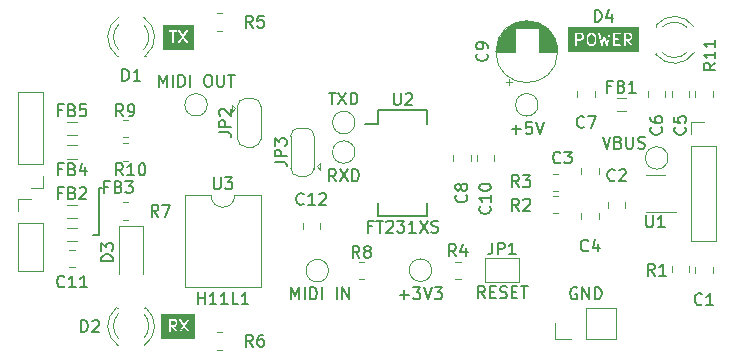
<source format=gbr>
%TF.GenerationSoftware,KiCad,Pcbnew,7.0.1*%
%TF.CreationDate,2023-03-31T12:03:08-04:00*%
%TF.ProjectId,miditerm,6d696469-7465-4726-9d2e-6b696361645f,0.1*%
%TF.SameCoordinates,Original*%
%TF.FileFunction,Legend,Top*%
%TF.FilePolarity,Positive*%
%FSLAX46Y46*%
G04 Gerber Fmt 4.6, Leading zero omitted, Abs format (unit mm)*
G04 Created by KiCad (PCBNEW 7.0.1) date 2023-03-31 12:03:08*
%MOMM*%
%LPD*%
G01*
G04 APERTURE LIST*
%ADD10C,0.150000*%
%ADD11C,0.120000*%
G04 APERTURE END LIST*
D10*
X107250000Y-90500000D02*
X107500000Y-90500000D01*
X107250000Y-90500000D02*
X107250000Y-94500000D01*
X107250000Y-94500000D02*
X106750000Y-94500000D01*
%TO.C,TP3*%
X132738095Y-99581666D02*
X133500000Y-99581666D01*
X133119047Y-99962619D02*
X133119047Y-99200714D01*
X133880952Y-98962619D02*
X134499999Y-98962619D01*
X134499999Y-98962619D02*
X134166666Y-99343571D01*
X134166666Y-99343571D02*
X134309523Y-99343571D01*
X134309523Y-99343571D02*
X134404761Y-99391190D01*
X134404761Y-99391190D02*
X134452380Y-99438809D01*
X134452380Y-99438809D02*
X134499999Y-99534047D01*
X134499999Y-99534047D02*
X134499999Y-99772142D01*
X134499999Y-99772142D02*
X134452380Y-99867380D01*
X134452380Y-99867380D02*
X134404761Y-99915000D01*
X134404761Y-99915000D02*
X134309523Y-99962619D01*
X134309523Y-99962619D02*
X134023809Y-99962619D01*
X134023809Y-99962619D02*
X133928571Y-99915000D01*
X133928571Y-99915000D02*
X133880952Y-99867380D01*
X134785714Y-98962619D02*
X135119047Y-99962619D01*
X135119047Y-99962619D02*
X135452380Y-98962619D01*
X135690476Y-98962619D02*
X136309523Y-98962619D01*
X136309523Y-98962619D02*
X135976190Y-99343571D01*
X135976190Y-99343571D02*
X136119047Y-99343571D01*
X136119047Y-99343571D02*
X136214285Y-99391190D01*
X136214285Y-99391190D02*
X136261904Y-99438809D01*
X136261904Y-99438809D02*
X136309523Y-99534047D01*
X136309523Y-99534047D02*
X136309523Y-99772142D01*
X136309523Y-99772142D02*
X136261904Y-99867380D01*
X136261904Y-99867380D02*
X136214285Y-99915000D01*
X136214285Y-99915000D02*
X136119047Y-99962619D01*
X136119047Y-99962619D02*
X135833333Y-99962619D01*
X135833333Y-99962619D02*
X135738095Y-99915000D01*
X135738095Y-99915000D02*
X135690476Y-99867380D01*
%TO.C,C5*%
X156867380Y-85392857D02*
X156915000Y-85440476D01*
X156915000Y-85440476D02*
X156962619Y-85583333D01*
X156962619Y-85583333D02*
X156962619Y-85678571D01*
X156962619Y-85678571D02*
X156915000Y-85821428D01*
X156915000Y-85821428D02*
X156819761Y-85916666D01*
X156819761Y-85916666D02*
X156724523Y-85964285D01*
X156724523Y-85964285D02*
X156534047Y-86011904D01*
X156534047Y-86011904D02*
X156391190Y-86011904D01*
X156391190Y-86011904D02*
X156200714Y-85964285D01*
X156200714Y-85964285D02*
X156105476Y-85916666D01*
X156105476Y-85916666D02*
X156010238Y-85821428D01*
X156010238Y-85821428D02*
X155962619Y-85678571D01*
X155962619Y-85678571D02*
X155962619Y-85583333D01*
X155962619Y-85583333D02*
X156010238Y-85440476D01*
X156010238Y-85440476D02*
X156057857Y-85392857D01*
X155962619Y-84488095D02*
X155962619Y-84964285D01*
X155962619Y-84964285D02*
X156438809Y-85011904D01*
X156438809Y-85011904D02*
X156391190Y-84964285D01*
X156391190Y-84964285D02*
X156343571Y-84869047D01*
X156343571Y-84869047D02*
X156343571Y-84630952D01*
X156343571Y-84630952D02*
X156391190Y-84535714D01*
X156391190Y-84535714D02*
X156438809Y-84488095D01*
X156438809Y-84488095D02*
X156534047Y-84440476D01*
X156534047Y-84440476D02*
X156772142Y-84440476D01*
X156772142Y-84440476D02*
X156867380Y-84488095D01*
X156867380Y-84488095D02*
X156915000Y-84535714D01*
X156915000Y-84535714D02*
X156962619Y-84630952D01*
X156962619Y-84630952D02*
X156962619Y-84869047D01*
X156962619Y-84869047D02*
X156915000Y-84964285D01*
X156915000Y-84964285D02*
X156867380Y-85011904D01*
%TO.C,TP5*%
X127333333Y-89962619D02*
X127000000Y-89486428D01*
X126761905Y-89962619D02*
X126761905Y-88962619D01*
X126761905Y-88962619D02*
X127142857Y-88962619D01*
X127142857Y-88962619D02*
X127238095Y-89010238D01*
X127238095Y-89010238D02*
X127285714Y-89057857D01*
X127285714Y-89057857D02*
X127333333Y-89153095D01*
X127333333Y-89153095D02*
X127333333Y-89295952D01*
X127333333Y-89295952D02*
X127285714Y-89391190D01*
X127285714Y-89391190D02*
X127238095Y-89438809D01*
X127238095Y-89438809D02*
X127142857Y-89486428D01*
X127142857Y-89486428D02*
X126761905Y-89486428D01*
X127666667Y-88962619D02*
X128333333Y-89962619D01*
X128333333Y-88962619D02*
X127666667Y-89962619D01*
X128714286Y-89962619D02*
X128714286Y-88962619D01*
X128714286Y-88962619D02*
X128952381Y-88962619D01*
X128952381Y-88962619D02*
X129095238Y-89010238D01*
X129095238Y-89010238D02*
X129190476Y-89105476D01*
X129190476Y-89105476D02*
X129238095Y-89200714D01*
X129238095Y-89200714D02*
X129285714Y-89391190D01*
X129285714Y-89391190D02*
X129285714Y-89534047D01*
X129285714Y-89534047D02*
X129238095Y-89724523D01*
X129238095Y-89724523D02*
X129190476Y-89819761D01*
X129190476Y-89819761D02*
X129095238Y-89915000D01*
X129095238Y-89915000D02*
X128952381Y-89962619D01*
X128952381Y-89962619D02*
X128714286Y-89962619D01*
%TO.C,R8*%
X129333333Y-96462619D02*
X129000000Y-95986428D01*
X128761905Y-96462619D02*
X128761905Y-95462619D01*
X128761905Y-95462619D02*
X129142857Y-95462619D01*
X129142857Y-95462619D02*
X129238095Y-95510238D01*
X129238095Y-95510238D02*
X129285714Y-95557857D01*
X129285714Y-95557857D02*
X129333333Y-95653095D01*
X129333333Y-95653095D02*
X129333333Y-95795952D01*
X129333333Y-95795952D02*
X129285714Y-95891190D01*
X129285714Y-95891190D02*
X129238095Y-95938809D01*
X129238095Y-95938809D02*
X129142857Y-95986428D01*
X129142857Y-95986428D02*
X128761905Y-95986428D01*
X129904762Y-95891190D02*
X129809524Y-95843571D01*
X129809524Y-95843571D02*
X129761905Y-95795952D01*
X129761905Y-95795952D02*
X129714286Y-95700714D01*
X129714286Y-95700714D02*
X129714286Y-95653095D01*
X129714286Y-95653095D02*
X129761905Y-95557857D01*
X129761905Y-95557857D02*
X129809524Y-95510238D01*
X129809524Y-95510238D02*
X129904762Y-95462619D01*
X129904762Y-95462619D02*
X130095238Y-95462619D01*
X130095238Y-95462619D02*
X130190476Y-95510238D01*
X130190476Y-95510238D02*
X130238095Y-95557857D01*
X130238095Y-95557857D02*
X130285714Y-95653095D01*
X130285714Y-95653095D02*
X130285714Y-95700714D01*
X130285714Y-95700714D02*
X130238095Y-95795952D01*
X130238095Y-95795952D02*
X130190476Y-95843571D01*
X130190476Y-95843571D02*
X130095238Y-95891190D01*
X130095238Y-95891190D02*
X129904762Y-95891190D01*
X129904762Y-95891190D02*
X129809524Y-95938809D01*
X129809524Y-95938809D02*
X129761905Y-95986428D01*
X129761905Y-95986428D02*
X129714286Y-96081666D01*
X129714286Y-96081666D02*
X129714286Y-96272142D01*
X129714286Y-96272142D02*
X129761905Y-96367380D01*
X129761905Y-96367380D02*
X129809524Y-96415000D01*
X129809524Y-96415000D02*
X129904762Y-96462619D01*
X129904762Y-96462619D02*
X130095238Y-96462619D01*
X130095238Y-96462619D02*
X130190476Y-96415000D01*
X130190476Y-96415000D02*
X130238095Y-96367380D01*
X130238095Y-96367380D02*
X130285714Y-96272142D01*
X130285714Y-96272142D02*
X130285714Y-96081666D01*
X130285714Y-96081666D02*
X130238095Y-95986428D01*
X130238095Y-95986428D02*
X130190476Y-95938809D01*
X130190476Y-95938809D02*
X130095238Y-95891190D01*
%TO.C,TP1*%
X149916667Y-86212619D02*
X150250000Y-87212619D01*
X150250000Y-87212619D02*
X150583333Y-86212619D01*
X151250000Y-86688809D02*
X151392857Y-86736428D01*
X151392857Y-86736428D02*
X151440476Y-86784047D01*
X151440476Y-86784047D02*
X151488095Y-86879285D01*
X151488095Y-86879285D02*
X151488095Y-87022142D01*
X151488095Y-87022142D02*
X151440476Y-87117380D01*
X151440476Y-87117380D02*
X151392857Y-87165000D01*
X151392857Y-87165000D02*
X151297619Y-87212619D01*
X151297619Y-87212619D02*
X150916667Y-87212619D01*
X150916667Y-87212619D02*
X150916667Y-86212619D01*
X150916667Y-86212619D02*
X151250000Y-86212619D01*
X151250000Y-86212619D02*
X151345238Y-86260238D01*
X151345238Y-86260238D02*
X151392857Y-86307857D01*
X151392857Y-86307857D02*
X151440476Y-86403095D01*
X151440476Y-86403095D02*
X151440476Y-86498333D01*
X151440476Y-86498333D02*
X151392857Y-86593571D01*
X151392857Y-86593571D02*
X151345238Y-86641190D01*
X151345238Y-86641190D02*
X151250000Y-86688809D01*
X151250000Y-86688809D02*
X150916667Y-86688809D01*
X151916667Y-86212619D02*
X151916667Y-87022142D01*
X151916667Y-87022142D02*
X151964286Y-87117380D01*
X151964286Y-87117380D02*
X152011905Y-87165000D01*
X152011905Y-87165000D02*
X152107143Y-87212619D01*
X152107143Y-87212619D02*
X152297619Y-87212619D01*
X152297619Y-87212619D02*
X152392857Y-87165000D01*
X152392857Y-87165000D02*
X152440476Y-87117380D01*
X152440476Y-87117380D02*
X152488095Y-87022142D01*
X152488095Y-87022142D02*
X152488095Y-86212619D01*
X152916667Y-87165000D02*
X153059524Y-87212619D01*
X153059524Y-87212619D02*
X153297619Y-87212619D01*
X153297619Y-87212619D02*
X153392857Y-87165000D01*
X153392857Y-87165000D02*
X153440476Y-87117380D01*
X153440476Y-87117380D02*
X153488095Y-87022142D01*
X153488095Y-87022142D02*
X153488095Y-86926904D01*
X153488095Y-86926904D02*
X153440476Y-86831666D01*
X153440476Y-86831666D02*
X153392857Y-86784047D01*
X153392857Y-86784047D02*
X153297619Y-86736428D01*
X153297619Y-86736428D02*
X153107143Y-86688809D01*
X153107143Y-86688809D02*
X153011905Y-86641190D01*
X153011905Y-86641190D02*
X152964286Y-86593571D01*
X152964286Y-86593571D02*
X152916667Y-86498333D01*
X152916667Y-86498333D02*
X152916667Y-86403095D01*
X152916667Y-86403095D02*
X152964286Y-86307857D01*
X152964286Y-86307857D02*
X153011905Y-86260238D01*
X153011905Y-86260238D02*
X153107143Y-86212619D01*
X153107143Y-86212619D02*
X153345238Y-86212619D01*
X153345238Y-86212619D02*
X153488095Y-86260238D01*
%TO.C,U3*%
X117003095Y-89632619D02*
X117003095Y-90442142D01*
X117003095Y-90442142D02*
X117050714Y-90537380D01*
X117050714Y-90537380D02*
X117098333Y-90585000D01*
X117098333Y-90585000D02*
X117193571Y-90632619D01*
X117193571Y-90632619D02*
X117384047Y-90632619D01*
X117384047Y-90632619D02*
X117479285Y-90585000D01*
X117479285Y-90585000D02*
X117526904Y-90537380D01*
X117526904Y-90537380D02*
X117574523Y-90442142D01*
X117574523Y-90442142D02*
X117574523Y-89632619D01*
X117955476Y-89632619D02*
X118574523Y-89632619D01*
X118574523Y-89632619D02*
X118241190Y-90013571D01*
X118241190Y-90013571D02*
X118384047Y-90013571D01*
X118384047Y-90013571D02*
X118479285Y-90061190D01*
X118479285Y-90061190D02*
X118526904Y-90108809D01*
X118526904Y-90108809D02*
X118574523Y-90204047D01*
X118574523Y-90204047D02*
X118574523Y-90442142D01*
X118574523Y-90442142D02*
X118526904Y-90537380D01*
X118526904Y-90537380D02*
X118479285Y-90585000D01*
X118479285Y-90585000D02*
X118384047Y-90632619D01*
X118384047Y-90632619D02*
X118098333Y-90632619D01*
X118098333Y-90632619D02*
X118003095Y-90585000D01*
X118003095Y-90585000D02*
X117955476Y-90537380D01*
X115645952Y-100372619D02*
X115645952Y-99372619D01*
X115645952Y-99848809D02*
X116217380Y-99848809D01*
X116217380Y-100372619D02*
X116217380Y-99372619D01*
X117217380Y-100372619D02*
X116645952Y-100372619D01*
X116931666Y-100372619D02*
X116931666Y-99372619D01*
X116931666Y-99372619D02*
X116836428Y-99515476D01*
X116836428Y-99515476D02*
X116741190Y-99610714D01*
X116741190Y-99610714D02*
X116645952Y-99658333D01*
X118169761Y-100372619D02*
X117598333Y-100372619D01*
X117884047Y-100372619D02*
X117884047Y-99372619D01*
X117884047Y-99372619D02*
X117788809Y-99515476D01*
X117788809Y-99515476D02*
X117693571Y-99610714D01*
X117693571Y-99610714D02*
X117598333Y-99658333D01*
X119074523Y-100372619D02*
X118598333Y-100372619D01*
X118598333Y-100372619D02*
X118598333Y-99372619D01*
X119931666Y-100372619D02*
X119360238Y-100372619D01*
X119645952Y-100372619D02*
X119645952Y-99372619D01*
X119645952Y-99372619D02*
X119550714Y-99515476D01*
X119550714Y-99515476D02*
X119455476Y-99610714D01*
X119455476Y-99610714D02*
X119360238Y-99658333D01*
%TO.C,C11*%
X104357142Y-98867380D02*
X104309523Y-98915000D01*
X104309523Y-98915000D02*
X104166666Y-98962619D01*
X104166666Y-98962619D02*
X104071428Y-98962619D01*
X104071428Y-98962619D02*
X103928571Y-98915000D01*
X103928571Y-98915000D02*
X103833333Y-98819761D01*
X103833333Y-98819761D02*
X103785714Y-98724523D01*
X103785714Y-98724523D02*
X103738095Y-98534047D01*
X103738095Y-98534047D02*
X103738095Y-98391190D01*
X103738095Y-98391190D02*
X103785714Y-98200714D01*
X103785714Y-98200714D02*
X103833333Y-98105476D01*
X103833333Y-98105476D02*
X103928571Y-98010238D01*
X103928571Y-98010238D02*
X104071428Y-97962619D01*
X104071428Y-97962619D02*
X104166666Y-97962619D01*
X104166666Y-97962619D02*
X104309523Y-98010238D01*
X104309523Y-98010238D02*
X104357142Y-98057857D01*
X105309523Y-98962619D02*
X104738095Y-98962619D01*
X105023809Y-98962619D02*
X105023809Y-97962619D01*
X105023809Y-97962619D02*
X104928571Y-98105476D01*
X104928571Y-98105476D02*
X104833333Y-98200714D01*
X104833333Y-98200714D02*
X104738095Y-98248333D01*
X106261904Y-98962619D02*
X105690476Y-98962619D01*
X105976190Y-98962619D02*
X105976190Y-97962619D01*
X105976190Y-97962619D02*
X105880952Y-98105476D01*
X105880952Y-98105476D02*
X105785714Y-98200714D01*
X105785714Y-98200714D02*
X105690476Y-98248333D01*
%TO.C,C12*%
X124607142Y-91867380D02*
X124559523Y-91915000D01*
X124559523Y-91915000D02*
X124416666Y-91962619D01*
X124416666Y-91962619D02*
X124321428Y-91962619D01*
X124321428Y-91962619D02*
X124178571Y-91915000D01*
X124178571Y-91915000D02*
X124083333Y-91819761D01*
X124083333Y-91819761D02*
X124035714Y-91724523D01*
X124035714Y-91724523D02*
X123988095Y-91534047D01*
X123988095Y-91534047D02*
X123988095Y-91391190D01*
X123988095Y-91391190D02*
X124035714Y-91200714D01*
X124035714Y-91200714D02*
X124083333Y-91105476D01*
X124083333Y-91105476D02*
X124178571Y-91010238D01*
X124178571Y-91010238D02*
X124321428Y-90962619D01*
X124321428Y-90962619D02*
X124416666Y-90962619D01*
X124416666Y-90962619D02*
X124559523Y-91010238D01*
X124559523Y-91010238D02*
X124607142Y-91057857D01*
X125559523Y-91962619D02*
X124988095Y-91962619D01*
X125273809Y-91962619D02*
X125273809Y-90962619D01*
X125273809Y-90962619D02*
X125178571Y-91105476D01*
X125178571Y-91105476D02*
X125083333Y-91200714D01*
X125083333Y-91200714D02*
X124988095Y-91248333D01*
X125940476Y-91057857D02*
X125988095Y-91010238D01*
X125988095Y-91010238D02*
X126083333Y-90962619D01*
X126083333Y-90962619D02*
X126321428Y-90962619D01*
X126321428Y-90962619D02*
X126416666Y-91010238D01*
X126416666Y-91010238D02*
X126464285Y-91057857D01*
X126464285Y-91057857D02*
X126511904Y-91153095D01*
X126511904Y-91153095D02*
X126511904Y-91248333D01*
X126511904Y-91248333D02*
X126464285Y-91391190D01*
X126464285Y-91391190D02*
X125892857Y-91962619D01*
X125892857Y-91962619D02*
X126511904Y-91962619D01*
%TO.C,FB3*%
X108071428Y-90438809D02*
X107738095Y-90438809D01*
X107738095Y-90962619D02*
X107738095Y-89962619D01*
X107738095Y-89962619D02*
X108214285Y-89962619D01*
X108928571Y-90438809D02*
X109071428Y-90486428D01*
X109071428Y-90486428D02*
X109119047Y-90534047D01*
X109119047Y-90534047D02*
X109166666Y-90629285D01*
X109166666Y-90629285D02*
X109166666Y-90772142D01*
X109166666Y-90772142D02*
X109119047Y-90867380D01*
X109119047Y-90867380D02*
X109071428Y-90915000D01*
X109071428Y-90915000D02*
X108976190Y-90962619D01*
X108976190Y-90962619D02*
X108595238Y-90962619D01*
X108595238Y-90962619D02*
X108595238Y-89962619D01*
X108595238Y-89962619D02*
X108928571Y-89962619D01*
X108928571Y-89962619D02*
X109023809Y-90010238D01*
X109023809Y-90010238D02*
X109071428Y-90057857D01*
X109071428Y-90057857D02*
X109119047Y-90153095D01*
X109119047Y-90153095D02*
X109119047Y-90248333D01*
X109119047Y-90248333D02*
X109071428Y-90343571D01*
X109071428Y-90343571D02*
X109023809Y-90391190D01*
X109023809Y-90391190D02*
X108928571Y-90438809D01*
X108928571Y-90438809D02*
X108595238Y-90438809D01*
X109500000Y-89962619D02*
X110119047Y-89962619D01*
X110119047Y-89962619D02*
X109785714Y-90343571D01*
X109785714Y-90343571D02*
X109928571Y-90343571D01*
X109928571Y-90343571D02*
X110023809Y-90391190D01*
X110023809Y-90391190D02*
X110071428Y-90438809D01*
X110071428Y-90438809D02*
X110119047Y-90534047D01*
X110119047Y-90534047D02*
X110119047Y-90772142D01*
X110119047Y-90772142D02*
X110071428Y-90867380D01*
X110071428Y-90867380D02*
X110023809Y-90915000D01*
X110023809Y-90915000D02*
X109928571Y-90962619D01*
X109928571Y-90962619D02*
X109642857Y-90962619D01*
X109642857Y-90962619D02*
X109547619Y-90915000D01*
X109547619Y-90915000D02*
X109500000Y-90867380D01*
%TO.C,D3*%
X108462619Y-96738094D02*
X107462619Y-96738094D01*
X107462619Y-96738094D02*
X107462619Y-96499999D01*
X107462619Y-96499999D02*
X107510238Y-96357142D01*
X107510238Y-96357142D02*
X107605476Y-96261904D01*
X107605476Y-96261904D02*
X107700714Y-96214285D01*
X107700714Y-96214285D02*
X107891190Y-96166666D01*
X107891190Y-96166666D02*
X108034047Y-96166666D01*
X108034047Y-96166666D02*
X108224523Y-96214285D01*
X108224523Y-96214285D02*
X108319761Y-96261904D01*
X108319761Y-96261904D02*
X108415000Y-96357142D01*
X108415000Y-96357142D02*
X108462619Y-96499999D01*
X108462619Y-96499999D02*
X108462619Y-96738094D01*
X107462619Y-95833332D02*
X107462619Y-95214285D01*
X107462619Y-95214285D02*
X107843571Y-95547618D01*
X107843571Y-95547618D02*
X107843571Y-95404761D01*
X107843571Y-95404761D02*
X107891190Y-95309523D01*
X107891190Y-95309523D02*
X107938809Y-95261904D01*
X107938809Y-95261904D02*
X108034047Y-95214285D01*
X108034047Y-95214285D02*
X108272142Y-95214285D01*
X108272142Y-95214285D02*
X108367380Y-95261904D01*
X108367380Y-95261904D02*
X108415000Y-95309523D01*
X108415000Y-95309523D02*
X108462619Y-95404761D01*
X108462619Y-95404761D02*
X108462619Y-95690475D01*
X108462619Y-95690475D02*
X108415000Y-95785713D01*
X108415000Y-95785713D02*
X108367380Y-95833332D01*
%TO.C,R1*%
X154333333Y-97962619D02*
X154000000Y-97486428D01*
X153761905Y-97962619D02*
X153761905Y-96962619D01*
X153761905Y-96962619D02*
X154142857Y-96962619D01*
X154142857Y-96962619D02*
X154238095Y-97010238D01*
X154238095Y-97010238D02*
X154285714Y-97057857D01*
X154285714Y-97057857D02*
X154333333Y-97153095D01*
X154333333Y-97153095D02*
X154333333Y-97295952D01*
X154333333Y-97295952D02*
X154285714Y-97391190D01*
X154285714Y-97391190D02*
X154238095Y-97438809D01*
X154238095Y-97438809D02*
X154142857Y-97486428D01*
X154142857Y-97486428D02*
X153761905Y-97486428D01*
X155285714Y-97962619D02*
X154714286Y-97962619D01*
X155000000Y-97962619D02*
X155000000Y-96962619D01*
X155000000Y-96962619D02*
X154904762Y-97105476D01*
X154904762Y-97105476D02*
X154809524Y-97200714D01*
X154809524Y-97200714D02*
X154714286Y-97248333D01*
%TO.C,R2*%
X142833333Y-92462619D02*
X142500000Y-91986428D01*
X142261905Y-92462619D02*
X142261905Y-91462619D01*
X142261905Y-91462619D02*
X142642857Y-91462619D01*
X142642857Y-91462619D02*
X142738095Y-91510238D01*
X142738095Y-91510238D02*
X142785714Y-91557857D01*
X142785714Y-91557857D02*
X142833333Y-91653095D01*
X142833333Y-91653095D02*
X142833333Y-91795952D01*
X142833333Y-91795952D02*
X142785714Y-91891190D01*
X142785714Y-91891190D02*
X142738095Y-91938809D01*
X142738095Y-91938809D02*
X142642857Y-91986428D01*
X142642857Y-91986428D02*
X142261905Y-91986428D01*
X143214286Y-91557857D02*
X143261905Y-91510238D01*
X143261905Y-91510238D02*
X143357143Y-91462619D01*
X143357143Y-91462619D02*
X143595238Y-91462619D01*
X143595238Y-91462619D02*
X143690476Y-91510238D01*
X143690476Y-91510238D02*
X143738095Y-91557857D01*
X143738095Y-91557857D02*
X143785714Y-91653095D01*
X143785714Y-91653095D02*
X143785714Y-91748333D01*
X143785714Y-91748333D02*
X143738095Y-91891190D01*
X143738095Y-91891190D02*
X143166667Y-92462619D01*
X143166667Y-92462619D02*
X143785714Y-92462619D01*
%TO.C,R5*%
X120309523Y-76962619D02*
X119976190Y-76486428D01*
X119738095Y-76962619D02*
X119738095Y-75962619D01*
X119738095Y-75962619D02*
X120119047Y-75962619D01*
X120119047Y-75962619D02*
X120214285Y-76010238D01*
X120214285Y-76010238D02*
X120261904Y-76057857D01*
X120261904Y-76057857D02*
X120309523Y-76153095D01*
X120309523Y-76153095D02*
X120309523Y-76295952D01*
X120309523Y-76295952D02*
X120261904Y-76391190D01*
X120261904Y-76391190D02*
X120214285Y-76438809D01*
X120214285Y-76438809D02*
X120119047Y-76486428D01*
X120119047Y-76486428D02*
X119738095Y-76486428D01*
X121214285Y-75962619D02*
X120738095Y-75962619D01*
X120738095Y-75962619D02*
X120690476Y-76438809D01*
X120690476Y-76438809D02*
X120738095Y-76391190D01*
X120738095Y-76391190D02*
X120833333Y-76343571D01*
X120833333Y-76343571D02*
X121071428Y-76343571D01*
X121071428Y-76343571D02*
X121166666Y-76391190D01*
X121166666Y-76391190D02*
X121214285Y-76438809D01*
X121214285Y-76438809D02*
X121261904Y-76534047D01*
X121261904Y-76534047D02*
X121261904Y-76772142D01*
X121261904Y-76772142D02*
X121214285Y-76867380D01*
X121214285Y-76867380D02*
X121166666Y-76915000D01*
X121166666Y-76915000D02*
X121071428Y-76962619D01*
X121071428Y-76962619D02*
X120833333Y-76962619D01*
X120833333Y-76962619D02*
X120738095Y-76915000D01*
X120738095Y-76915000D02*
X120690476Y-76867380D01*
%TO.C,C9*%
X140117380Y-79166666D02*
X140165000Y-79214285D01*
X140165000Y-79214285D02*
X140212619Y-79357142D01*
X140212619Y-79357142D02*
X140212619Y-79452380D01*
X140212619Y-79452380D02*
X140165000Y-79595237D01*
X140165000Y-79595237D02*
X140069761Y-79690475D01*
X140069761Y-79690475D02*
X139974523Y-79738094D01*
X139974523Y-79738094D02*
X139784047Y-79785713D01*
X139784047Y-79785713D02*
X139641190Y-79785713D01*
X139641190Y-79785713D02*
X139450714Y-79738094D01*
X139450714Y-79738094D02*
X139355476Y-79690475D01*
X139355476Y-79690475D02*
X139260238Y-79595237D01*
X139260238Y-79595237D02*
X139212619Y-79452380D01*
X139212619Y-79452380D02*
X139212619Y-79357142D01*
X139212619Y-79357142D02*
X139260238Y-79214285D01*
X139260238Y-79214285D02*
X139307857Y-79166666D01*
X140212619Y-78690475D02*
X140212619Y-78499999D01*
X140212619Y-78499999D02*
X140165000Y-78404761D01*
X140165000Y-78404761D02*
X140117380Y-78357142D01*
X140117380Y-78357142D02*
X139974523Y-78261904D01*
X139974523Y-78261904D02*
X139784047Y-78214285D01*
X139784047Y-78214285D02*
X139403095Y-78214285D01*
X139403095Y-78214285D02*
X139307857Y-78261904D01*
X139307857Y-78261904D02*
X139260238Y-78309523D01*
X139260238Y-78309523D02*
X139212619Y-78404761D01*
X139212619Y-78404761D02*
X139212619Y-78595237D01*
X139212619Y-78595237D02*
X139260238Y-78690475D01*
X139260238Y-78690475D02*
X139307857Y-78738094D01*
X139307857Y-78738094D02*
X139403095Y-78785713D01*
X139403095Y-78785713D02*
X139641190Y-78785713D01*
X139641190Y-78785713D02*
X139736428Y-78738094D01*
X139736428Y-78738094D02*
X139784047Y-78690475D01*
X139784047Y-78690475D02*
X139831666Y-78595237D01*
X139831666Y-78595237D02*
X139831666Y-78404761D01*
X139831666Y-78404761D02*
X139784047Y-78309523D01*
X139784047Y-78309523D02*
X139736428Y-78261904D01*
X139736428Y-78261904D02*
X139641190Y-78214285D01*
%TO.C,D4*%
X149261905Y-76462619D02*
X149261905Y-75462619D01*
X149261905Y-75462619D02*
X149500000Y-75462619D01*
X149500000Y-75462619D02*
X149642857Y-75510238D01*
X149642857Y-75510238D02*
X149738095Y-75605476D01*
X149738095Y-75605476D02*
X149785714Y-75700714D01*
X149785714Y-75700714D02*
X149833333Y-75891190D01*
X149833333Y-75891190D02*
X149833333Y-76034047D01*
X149833333Y-76034047D02*
X149785714Y-76224523D01*
X149785714Y-76224523D02*
X149738095Y-76319761D01*
X149738095Y-76319761D02*
X149642857Y-76415000D01*
X149642857Y-76415000D02*
X149500000Y-76462619D01*
X149500000Y-76462619D02*
X149261905Y-76462619D01*
X150690476Y-75795952D02*
X150690476Y-76462619D01*
X150452381Y-75415000D02*
X150214286Y-76129285D01*
X150214286Y-76129285D02*
X150833333Y-76129285D01*
G36*
X149122240Y-77571878D02*
G01*
X149194181Y-77643819D01*
X149234523Y-77805186D01*
X149234523Y-78120051D01*
X149194181Y-78281418D01*
X149122237Y-78353361D01*
X149053723Y-78387619D01*
X148898658Y-78387619D01*
X148830139Y-78353360D01*
X148758198Y-78281418D01*
X148717857Y-78120051D01*
X148717857Y-77805187D01*
X148758198Y-77643819D01*
X148830140Y-77571877D01*
X148898656Y-77537619D01*
X149053722Y-77537619D01*
X149122240Y-77571878D01*
G37*
G36*
X152217478Y-77571878D02*
G01*
X152247883Y-77602283D01*
X152282142Y-77670799D01*
X152282142Y-77778246D01*
X152247883Y-77846763D01*
X152217476Y-77877170D01*
X152148961Y-77911428D01*
X152027681Y-77911428D01*
X152009636Y-77909558D01*
X152005936Y-77911428D01*
X151860714Y-77911428D01*
X151860714Y-77537619D01*
X152148960Y-77537619D01*
X152217478Y-77571878D01*
G37*
G36*
X148122240Y-77571878D02*
G01*
X148152645Y-77602283D01*
X148186904Y-77670799D01*
X148186904Y-77778246D01*
X148152645Y-77846763D01*
X148122238Y-77877170D01*
X148053723Y-77911428D01*
X147765476Y-77911428D01*
X147765476Y-77537619D01*
X148053722Y-77537619D01*
X148122240Y-77571878D01*
G37*
G36*
X153002976Y-79055357D02*
G01*
X146997024Y-79055357D01*
X146997024Y-77997552D01*
X147613106Y-77997552D01*
X147615476Y-78002742D01*
X147615476Y-78473401D01*
X147624719Y-78504879D01*
X147658005Y-78533721D01*
X147701600Y-78539989D01*
X147741664Y-78521693D01*
X147765476Y-78484641D01*
X147765476Y-78126111D01*
X148564755Y-78126111D01*
X148567857Y-78138519D01*
X148567857Y-78140067D01*
X148570461Y-78148936D01*
X148617437Y-78336842D01*
X148621871Y-78357222D01*
X148630651Y-78366002D01*
X148636932Y-78376707D01*
X148645900Y-78381251D01*
X148726031Y-78461383D01*
X148732476Y-78472234D01*
X148750977Y-78481484D01*
X148769099Y-78491380D01*
X148770559Y-78491275D01*
X148843803Y-78527897D01*
X148858930Y-78537619D01*
X148874260Y-78537619D01*
X148889343Y-78540333D01*
X148895887Y-78537619D01*
X149067388Y-78537619D01*
X149085272Y-78539550D01*
X149098985Y-78532693D01*
X149113688Y-78528376D01*
X149118326Y-78523022D01*
X149191795Y-78486287D01*
X149204127Y-78483605D01*
X149218752Y-78468979D01*
X149233872Y-78454916D01*
X149234234Y-78453496D01*
X149314117Y-78373613D01*
X149329324Y-78359316D01*
X149332335Y-78347268D01*
X149338284Y-78336375D01*
X149337566Y-78326345D01*
X149379290Y-78159448D01*
X149384523Y-78151307D01*
X149384523Y-78138519D01*
X149384899Y-78137015D01*
X149384523Y-78127769D01*
X149384523Y-77808295D01*
X149387625Y-77799126D01*
X149384523Y-77786718D01*
X149384523Y-77785170D01*
X149381918Y-77776300D01*
X149334942Y-77588397D01*
X149330509Y-77568015D01*
X149321729Y-77559235D01*
X149315448Y-77548529D01*
X149306477Y-77543983D01*
X149226347Y-77463853D01*
X149223208Y-77458567D01*
X149564796Y-77458567D01*
X149806171Y-78472347D01*
X149806526Y-78486509D01*
X149817273Y-78502347D01*
X149826771Y-78518961D01*
X149829518Y-78520392D01*
X149831257Y-78522954D01*
X149848855Y-78530464D01*
X149865833Y-78539309D01*
X149868917Y-78539027D01*
X149871765Y-78540243D01*
X149890632Y-78537047D01*
X149909694Y-78535309D01*
X149912136Y-78533405D01*
X149915190Y-78532888D01*
X149929337Y-78519996D01*
X149944431Y-78508230D01*
X149945456Y-78505307D01*
X149947745Y-78503222D01*
X149952675Y-78484734D01*
X149959013Y-78466671D01*
X149958295Y-78463657D01*
X150071428Y-78039411D01*
X150187412Y-78474352D01*
X150188147Y-78488499D01*
X150199312Y-78504038D01*
X150209256Y-78520396D01*
X150212041Y-78521753D01*
X150213847Y-78524266D01*
X150231639Y-78531301D01*
X150248850Y-78539687D01*
X150251924Y-78539323D01*
X150254805Y-78540462D01*
X150273582Y-78536760D01*
X150292588Y-78534511D01*
X150294978Y-78532542D01*
X150298017Y-78531943D01*
X150311814Y-78518675D01*
X150326585Y-78506509D01*
X150327531Y-78503561D01*
X150329764Y-78501414D01*
X150334197Y-78482792D01*
X150337102Y-78473743D01*
X150803582Y-78473743D01*
X150810501Y-78488895D01*
X150815195Y-78504879D01*
X150819507Y-78508615D01*
X150821878Y-78513807D01*
X150835894Y-78522814D01*
X150848481Y-78533721D01*
X150854127Y-78534532D01*
X150858930Y-78537619D01*
X150875592Y-78537619D01*
X150892076Y-78539989D01*
X150897266Y-78537619D01*
X151367924Y-78537619D01*
X151399402Y-78528376D01*
X151428244Y-78495090D01*
X151434512Y-78451495D01*
X151416216Y-78411431D01*
X151379164Y-78387619D01*
X150955952Y-78387619D01*
X150955952Y-78013809D01*
X151225067Y-78013809D01*
X151256545Y-78004566D01*
X151262623Y-77997552D01*
X151708344Y-77997552D01*
X151710714Y-78002742D01*
X151710714Y-78473401D01*
X151719957Y-78504879D01*
X151753243Y-78533721D01*
X151796838Y-78539989D01*
X151836902Y-78521693D01*
X151860714Y-78484641D01*
X151860714Y-78061428D01*
X151984760Y-78061428D01*
X152301883Y-78514462D01*
X152327506Y-78534949D01*
X152371315Y-78539489D01*
X152410624Y-78519624D01*
X152432954Y-78481660D01*
X152431213Y-78437651D01*
X152168285Y-78062039D01*
X152180510Y-78063359D01*
X152194223Y-78056502D01*
X152208926Y-78052185D01*
X152213564Y-78046831D01*
X152287033Y-78010096D01*
X152299365Y-78007414D01*
X152313992Y-77992786D01*
X152329110Y-77978725D01*
X152329472Y-77977306D01*
X152355907Y-77950871D01*
X152366757Y-77944428D01*
X152376011Y-77925918D01*
X152385902Y-77907805D01*
X152385797Y-77906346D01*
X152422420Y-77833100D01*
X152432142Y-77817974D01*
X152432142Y-77802644D01*
X152434856Y-77787561D01*
X152432142Y-77781017D01*
X152432142Y-77657126D01*
X152434072Y-77639251D01*
X152427217Y-77625541D01*
X152422899Y-77610835D01*
X152417544Y-77606195D01*
X152380810Y-77532726D01*
X152378128Y-77520396D01*
X152363508Y-77505776D01*
X152349439Y-77490651D01*
X152348020Y-77490288D01*
X152321585Y-77463853D01*
X152315142Y-77453004D01*
X152296641Y-77443753D01*
X152278519Y-77433858D01*
X152277058Y-77433962D01*
X152203817Y-77397342D01*
X152188688Y-77387619D01*
X152173358Y-77387619D01*
X152158275Y-77384905D01*
X152151731Y-77387619D01*
X151791074Y-77387619D01*
X151774590Y-77385249D01*
X151759437Y-77392168D01*
X151743454Y-77396862D01*
X151739717Y-77401174D01*
X151734526Y-77403545D01*
X151725518Y-77417561D01*
X151714612Y-77430148D01*
X151713800Y-77435794D01*
X151710714Y-77440597D01*
X151710714Y-77457259D01*
X151708344Y-77473743D01*
X151710714Y-77478933D01*
X151710714Y-77981068D01*
X151708344Y-77997552D01*
X151262623Y-77997552D01*
X151285387Y-77971280D01*
X151291655Y-77927685D01*
X151273359Y-77887621D01*
X151236307Y-77863809D01*
X150955952Y-77863809D01*
X150955952Y-77537619D01*
X151367924Y-77537619D01*
X151399402Y-77528376D01*
X151428244Y-77495090D01*
X151434512Y-77451495D01*
X151416216Y-77411431D01*
X151379164Y-77387619D01*
X150886312Y-77387619D01*
X150869828Y-77385249D01*
X150854675Y-77392168D01*
X150838692Y-77396862D01*
X150834955Y-77401174D01*
X150829764Y-77403545D01*
X150820756Y-77417561D01*
X150809850Y-77430148D01*
X150809038Y-77435794D01*
X150805952Y-77440597D01*
X150805952Y-77457259D01*
X150803582Y-77473743D01*
X150805952Y-77478933D01*
X150805952Y-77933449D01*
X150803582Y-77949933D01*
X150805952Y-77955123D01*
X150805952Y-78457259D01*
X150803582Y-78473743D01*
X150337102Y-78473743D01*
X150340046Y-78464573D01*
X150339248Y-78461580D01*
X150575458Y-77469502D01*
X150573757Y-77436739D01*
X150548057Y-77400972D01*
X150507099Y-77384777D01*
X150463887Y-77393295D01*
X150432140Y-77423824D01*
X150257787Y-78156102D01*
X150146182Y-77737582D01*
X150145854Y-77724443D01*
X150134542Y-77707773D01*
X150124076Y-77690557D01*
X150122258Y-77689671D01*
X150121123Y-77687998D01*
X150102589Y-77680087D01*
X150084482Y-77671265D01*
X150082474Y-77671502D01*
X150080615Y-77670709D01*
X150060741Y-77674075D01*
X150040744Y-77676442D01*
X150039184Y-77677726D01*
X150037190Y-77678064D01*
X150022295Y-77691637D01*
X150006747Y-77704443D01*
X150006128Y-77706368D01*
X150004635Y-77707730D01*
X149999446Y-77727186D01*
X149993286Y-77746379D01*
X149993807Y-77748333D01*
X149885068Y-78156103D01*
X149713320Y-77434759D01*
X149697038Y-77406278D01*
X149657976Y-77385930D01*
X149614115Y-77389930D01*
X149579378Y-77417008D01*
X149564796Y-77458567D01*
X149223208Y-77458567D01*
X149219904Y-77453004D01*
X149201403Y-77443753D01*
X149183281Y-77433858D01*
X149181820Y-77433962D01*
X149108579Y-77397342D01*
X149093450Y-77387619D01*
X149078120Y-77387619D01*
X149063037Y-77384905D01*
X149056493Y-77387619D01*
X148884983Y-77387619D01*
X148867108Y-77385689D01*
X148853398Y-77392543D01*
X148838692Y-77396862D01*
X148834052Y-77402216D01*
X148760583Y-77438950D01*
X148748253Y-77441633D01*
X148733633Y-77456252D01*
X148718508Y-77470322D01*
X148718145Y-77471740D01*
X148638254Y-77551631D01*
X148623056Y-77565922D01*
X148620044Y-77577966D01*
X148614096Y-77588861D01*
X148614813Y-77598891D01*
X148573089Y-77765788D01*
X148567857Y-77773930D01*
X148567857Y-77786718D01*
X148567481Y-77788222D01*
X148567857Y-77797468D01*
X148567857Y-78116942D01*
X148564755Y-78126111D01*
X147765476Y-78126111D01*
X147765476Y-78061428D01*
X148067388Y-78061428D01*
X148085272Y-78063359D01*
X148098985Y-78056502D01*
X148113688Y-78052185D01*
X148118326Y-78046831D01*
X148191795Y-78010096D01*
X148204127Y-78007414D01*
X148218754Y-77992786D01*
X148233872Y-77978725D01*
X148234234Y-77977306D01*
X148260669Y-77950871D01*
X148271519Y-77944428D01*
X148280773Y-77925918D01*
X148290664Y-77907805D01*
X148290559Y-77906346D01*
X148327182Y-77833100D01*
X148336904Y-77817974D01*
X148336904Y-77802644D01*
X148339618Y-77787561D01*
X148336904Y-77781017D01*
X148336904Y-77657126D01*
X148338834Y-77639251D01*
X148331979Y-77625541D01*
X148327661Y-77610835D01*
X148322306Y-77606195D01*
X148285572Y-77532726D01*
X148282890Y-77520396D01*
X148268270Y-77505776D01*
X148254201Y-77490651D01*
X148252782Y-77490288D01*
X148226347Y-77463853D01*
X148219904Y-77453004D01*
X148201403Y-77443753D01*
X148183281Y-77433858D01*
X148181820Y-77433962D01*
X148108579Y-77397342D01*
X148093450Y-77387619D01*
X148078120Y-77387619D01*
X148063037Y-77384905D01*
X148056493Y-77387619D01*
X147695836Y-77387619D01*
X147679352Y-77385249D01*
X147664199Y-77392168D01*
X147648216Y-77396862D01*
X147644479Y-77401174D01*
X147639288Y-77403545D01*
X147630280Y-77417561D01*
X147619374Y-77430148D01*
X147618562Y-77435794D01*
X147615476Y-77440597D01*
X147615476Y-77457259D01*
X147613106Y-77473743D01*
X147615476Y-77478933D01*
X147615476Y-77981068D01*
X147613106Y-77997552D01*
X146997024Y-77997552D01*
X146997024Y-76944643D01*
X153002976Y-76944643D01*
X153002976Y-79055357D01*
G37*
%TO.C,C6*%
X154867380Y-85392857D02*
X154915000Y-85440476D01*
X154915000Y-85440476D02*
X154962619Y-85583333D01*
X154962619Y-85583333D02*
X154962619Y-85678571D01*
X154962619Y-85678571D02*
X154915000Y-85821428D01*
X154915000Y-85821428D02*
X154819761Y-85916666D01*
X154819761Y-85916666D02*
X154724523Y-85964285D01*
X154724523Y-85964285D02*
X154534047Y-86011904D01*
X154534047Y-86011904D02*
X154391190Y-86011904D01*
X154391190Y-86011904D02*
X154200714Y-85964285D01*
X154200714Y-85964285D02*
X154105476Y-85916666D01*
X154105476Y-85916666D02*
X154010238Y-85821428D01*
X154010238Y-85821428D02*
X153962619Y-85678571D01*
X153962619Y-85678571D02*
X153962619Y-85583333D01*
X153962619Y-85583333D02*
X154010238Y-85440476D01*
X154010238Y-85440476D02*
X154057857Y-85392857D01*
X153962619Y-84535714D02*
X153962619Y-84726190D01*
X153962619Y-84726190D02*
X154010238Y-84821428D01*
X154010238Y-84821428D02*
X154057857Y-84869047D01*
X154057857Y-84869047D02*
X154200714Y-84964285D01*
X154200714Y-84964285D02*
X154391190Y-85011904D01*
X154391190Y-85011904D02*
X154772142Y-85011904D01*
X154772142Y-85011904D02*
X154867380Y-84964285D01*
X154867380Y-84964285D02*
X154915000Y-84916666D01*
X154915000Y-84916666D02*
X154962619Y-84821428D01*
X154962619Y-84821428D02*
X154962619Y-84630952D01*
X154962619Y-84630952D02*
X154915000Y-84535714D01*
X154915000Y-84535714D02*
X154867380Y-84488095D01*
X154867380Y-84488095D02*
X154772142Y-84440476D01*
X154772142Y-84440476D02*
X154534047Y-84440476D01*
X154534047Y-84440476D02*
X154438809Y-84488095D01*
X154438809Y-84488095D02*
X154391190Y-84535714D01*
X154391190Y-84535714D02*
X154343571Y-84630952D01*
X154343571Y-84630952D02*
X154343571Y-84821428D01*
X154343571Y-84821428D02*
X154391190Y-84916666D01*
X154391190Y-84916666D02*
X154438809Y-84964285D01*
X154438809Y-84964285D02*
X154534047Y-85011904D01*
%TO.C,U1*%
X153600595Y-92862619D02*
X153600595Y-93672142D01*
X153600595Y-93672142D02*
X153648214Y-93767380D01*
X153648214Y-93767380D02*
X153695833Y-93815000D01*
X153695833Y-93815000D02*
X153791071Y-93862619D01*
X153791071Y-93862619D02*
X153981547Y-93862619D01*
X153981547Y-93862619D02*
X154076785Y-93815000D01*
X154076785Y-93815000D02*
X154124404Y-93767380D01*
X154124404Y-93767380D02*
X154172023Y-93672142D01*
X154172023Y-93672142D02*
X154172023Y-92862619D01*
X155172023Y-93862619D02*
X154600595Y-93862619D01*
X154886309Y-93862619D02*
X154886309Y-92862619D01*
X154886309Y-92862619D02*
X154791071Y-93005476D01*
X154791071Y-93005476D02*
X154695833Y-93100714D01*
X154695833Y-93100714D02*
X154600595Y-93148333D01*
%TO.C,R11*%
X159462619Y-79940476D02*
X158986428Y-80273809D01*
X159462619Y-80511904D02*
X158462619Y-80511904D01*
X158462619Y-80511904D02*
X158462619Y-80130952D01*
X158462619Y-80130952D02*
X158510238Y-80035714D01*
X158510238Y-80035714D02*
X158557857Y-79988095D01*
X158557857Y-79988095D02*
X158653095Y-79940476D01*
X158653095Y-79940476D02*
X158795952Y-79940476D01*
X158795952Y-79940476D02*
X158891190Y-79988095D01*
X158891190Y-79988095D02*
X158938809Y-80035714D01*
X158938809Y-80035714D02*
X158986428Y-80130952D01*
X158986428Y-80130952D02*
X158986428Y-80511904D01*
X159462619Y-78988095D02*
X159462619Y-79559523D01*
X159462619Y-79273809D02*
X158462619Y-79273809D01*
X158462619Y-79273809D02*
X158605476Y-79369047D01*
X158605476Y-79369047D02*
X158700714Y-79464285D01*
X158700714Y-79464285D02*
X158748333Y-79559523D01*
X159462619Y-78035714D02*
X159462619Y-78607142D01*
X159462619Y-78321428D02*
X158462619Y-78321428D01*
X158462619Y-78321428D02*
X158605476Y-78416666D01*
X158605476Y-78416666D02*
X158700714Y-78511904D01*
X158700714Y-78511904D02*
X158748333Y-78607142D01*
%TO.C,R6*%
X120309523Y-103962619D02*
X119976190Y-103486428D01*
X119738095Y-103962619D02*
X119738095Y-102962619D01*
X119738095Y-102962619D02*
X120119047Y-102962619D01*
X120119047Y-102962619D02*
X120214285Y-103010238D01*
X120214285Y-103010238D02*
X120261904Y-103057857D01*
X120261904Y-103057857D02*
X120309523Y-103153095D01*
X120309523Y-103153095D02*
X120309523Y-103295952D01*
X120309523Y-103295952D02*
X120261904Y-103391190D01*
X120261904Y-103391190D02*
X120214285Y-103438809D01*
X120214285Y-103438809D02*
X120119047Y-103486428D01*
X120119047Y-103486428D02*
X119738095Y-103486428D01*
X121166666Y-102962619D02*
X120976190Y-102962619D01*
X120976190Y-102962619D02*
X120880952Y-103010238D01*
X120880952Y-103010238D02*
X120833333Y-103057857D01*
X120833333Y-103057857D02*
X120738095Y-103200714D01*
X120738095Y-103200714D02*
X120690476Y-103391190D01*
X120690476Y-103391190D02*
X120690476Y-103772142D01*
X120690476Y-103772142D02*
X120738095Y-103867380D01*
X120738095Y-103867380D02*
X120785714Y-103915000D01*
X120785714Y-103915000D02*
X120880952Y-103962619D01*
X120880952Y-103962619D02*
X121071428Y-103962619D01*
X121071428Y-103962619D02*
X121166666Y-103915000D01*
X121166666Y-103915000D02*
X121214285Y-103867380D01*
X121214285Y-103867380D02*
X121261904Y-103772142D01*
X121261904Y-103772142D02*
X121261904Y-103534047D01*
X121261904Y-103534047D02*
X121214285Y-103438809D01*
X121214285Y-103438809D02*
X121166666Y-103391190D01*
X121166666Y-103391190D02*
X121071428Y-103343571D01*
X121071428Y-103343571D02*
X120880952Y-103343571D01*
X120880952Y-103343571D02*
X120785714Y-103391190D01*
X120785714Y-103391190D02*
X120738095Y-103438809D01*
X120738095Y-103438809D02*
X120690476Y-103534047D01*
%TO.C,C3*%
X146333333Y-88367380D02*
X146285714Y-88415000D01*
X146285714Y-88415000D02*
X146142857Y-88462619D01*
X146142857Y-88462619D02*
X146047619Y-88462619D01*
X146047619Y-88462619D02*
X145904762Y-88415000D01*
X145904762Y-88415000D02*
X145809524Y-88319761D01*
X145809524Y-88319761D02*
X145761905Y-88224523D01*
X145761905Y-88224523D02*
X145714286Y-88034047D01*
X145714286Y-88034047D02*
X145714286Y-87891190D01*
X145714286Y-87891190D02*
X145761905Y-87700714D01*
X145761905Y-87700714D02*
X145809524Y-87605476D01*
X145809524Y-87605476D02*
X145904762Y-87510238D01*
X145904762Y-87510238D02*
X146047619Y-87462619D01*
X146047619Y-87462619D02*
X146142857Y-87462619D01*
X146142857Y-87462619D02*
X146285714Y-87510238D01*
X146285714Y-87510238D02*
X146333333Y-87557857D01*
X146666667Y-87462619D02*
X147285714Y-87462619D01*
X147285714Y-87462619D02*
X146952381Y-87843571D01*
X146952381Y-87843571D02*
X147095238Y-87843571D01*
X147095238Y-87843571D02*
X147190476Y-87891190D01*
X147190476Y-87891190D02*
X147238095Y-87938809D01*
X147238095Y-87938809D02*
X147285714Y-88034047D01*
X147285714Y-88034047D02*
X147285714Y-88272142D01*
X147285714Y-88272142D02*
X147238095Y-88367380D01*
X147238095Y-88367380D02*
X147190476Y-88415000D01*
X147190476Y-88415000D02*
X147095238Y-88462619D01*
X147095238Y-88462619D02*
X146809524Y-88462619D01*
X146809524Y-88462619D02*
X146714286Y-88415000D01*
X146714286Y-88415000D02*
X146666667Y-88367380D01*
%TO.C,JP1*%
X140566666Y-95162619D02*
X140566666Y-95876904D01*
X140566666Y-95876904D02*
X140519047Y-96019761D01*
X140519047Y-96019761D02*
X140423809Y-96115000D01*
X140423809Y-96115000D02*
X140280952Y-96162619D01*
X140280952Y-96162619D02*
X140185714Y-96162619D01*
X141042857Y-96162619D02*
X141042857Y-95162619D01*
X141042857Y-95162619D02*
X141423809Y-95162619D01*
X141423809Y-95162619D02*
X141519047Y-95210238D01*
X141519047Y-95210238D02*
X141566666Y-95257857D01*
X141566666Y-95257857D02*
X141614285Y-95353095D01*
X141614285Y-95353095D02*
X141614285Y-95495952D01*
X141614285Y-95495952D02*
X141566666Y-95591190D01*
X141566666Y-95591190D02*
X141519047Y-95638809D01*
X141519047Y-95638809D02*
X141423809Y-95686428D01*
X141423809Y-95686428D02*
X141042857Y-95686428D01*
X142566666Y-96162619D02*
X141995238Y-96162619D01*
X142280952Y-96162619D02*
X142280952Y-95162619D01*
X142280952Y-95162619D02*
X142185714Y-95305476D01*
X142185714Y-95305476D02*
X142090476Y-95400714D01*
X142090476Y-95400714D02*
X141995238Y-95448333D01*
X139947618Y-99862619D02*
X139614285Y-99386428D01*
X139376190Y-99862619D02*
X139376190Y-98862619D01*
X139376190Y-98862619D02*
X139757142Y-98862619D01*
X139757142Y-98862619D02*
X139852380Y-98910238D01*
X139852380Y-98910238D02*
X139899999Y-98957857D01*
X139899999Y-98957857D02*
X139947618Y-99053095D01*
X139947618Y-99053095D02*
X139947618Y-99195952D01*
X139947618Y-99195952D02*
X139899999Y-99291190D01*
X139899999Y-99291190D02*
X139852380Y-99338809D01*
X139852380Y-99338809D02*
X139757142Y-99386428D01*
X139757142Y-99386428D02*
X139376190Y-99386428D01*
X140376190Y-99338809D02*
X140709523Y-99338809D01*
X140852380Y-99862619D02*
X140376190Y-99862619D01*
X140376190Y-99862619D02*
X140376190Y-98862619D01*
X140376190Y-98862619D02*
X140852380Y-98862619D01*
X141233333Y-99815000D02*
X141376190Y-99862619D01*
X141376190Y-99862619D02*
X141614285Y-99862619D01*
X141614285Y-99862619D02*
X141709523Y-99815000D01*
X141709523Y-99815000D02*
X141757142Y-99767380D01*
X141757142Y-99767380D02*
X141804761Y-99672142D01*
X141804761Y-99672142D02*
X141804761Y-99576904D01*
X141804761Y-99576904D02*
X141757142Y-99481666D01*
X141757142Y-99481666D02*
X141709523Y-99434047D01*
X141709523Y-99434047D02*
X141614285Y-99386428D01*
X141614285Y-99386428D02*
X141423809Y-99338809D01*
X141423809Y-99338809D02*
X141328571Y-99291190D01*
X141328571Y-99291190D02*
X141280952Y-99243571D01*
X141280952Y-99243571D02*
X141233333Y-99148333D01*
X141233333Y-99148333D02*
X141233333Y-99053095D01*
X141233333Y-99053095D02*
X141280952Y-98957857D01*
X141280952Y-98957857D02*
X141328571Y-98910238D01*
X141328571Y-98910238D02*
X141423809Y-98862619D01*
X141423809Y-98862619D02*
X141661904Y-98862619D01*
X141661904Y-98862619D02*
X141804761Y-98910238D01*
X142233333Y-99338809D02*
X142566666Y-99338809D01*
X142709523Y-99862619D02*
X142233333Y-99862619D01*
X142233333Y-99862619D02*
X142233333Y-98862619D01*
X142233333Y-98862619D02*
X142709523Y-98862619D01*
X142995238Y-98862619D02*
X143566666Y-98862619D01*
X143280952Y-99862619D02*
X143280952Y-98862619D01*
%TO.C,C10*%
X140367380Y-92095238D02*
X140415000Y-92142857D01*
X140415000Y-92142857D02*
X140462619Y-92285714D01*
X140462619Y-92285714D02*
X140462619Y-92380952D01*
X140462619Y-92380952D02*
X140415000Y-92523809D01*
X140415000Y-92523809D02*
X140319761Y-92619047D01*
X140319761Y-92619047D02*
X140224523Y-92666666D01*
X140224523Y-92666666D02*
X140034047Y-92714285D01*
X140034047Y-92714285D02*
X139891190Y-92714285D01*
X139891190Y-92714285D02*
X139700714Y-92666666D01*
X139700714Y-92666666D02*
X139605476Y-92619047D01*
X139605476Y-92619047D02*
X139510238Y-92523809D01*
X139510238Y-92523809D02*
X139462619Y-92380952D01*
X139462619Y-92380952D02*
X139462619Y-92285714D01*
X139462619Y-92285714D02*
X139510238Y-92142857D01*
X139510238Y-92142857D02*
X139557857Y-92095238D01*
X140462619Y-91142857D02*
X140462619Y-91714285D01*
X140462619Y-91428571D02*
X139462619Y-91428571D01*
X139462619Y-91428571D02*
X139605476Y-91523809D01*
X139605476Y-91523809D02*
X139700714Y-91619047D01*
X139700714Y-91619047D02*
X139748333Y-91714285D01*
X139462619Y-90523809D02*
X139462619Y-90428571D01*
X139462619Y-90428571D02*
X139510238Y-90333333D01*
X139510238Y-90333333D02*
X139557857Y-90285714D01*
X139557857Y-90285714D02*
X139653095Y-90238095D01*
X139653095Y-90238095D02*
X139843571Y-90190476D01*
X139843571Y-90190476D02*
X140081666Y-90190476D01*
X140081666Y-90190476D02*
X140272142Y-90238095D01*
X140272142Y-90238095D02*
X140367380Y-90285714D01*
X140367380Y-90285714D02*
X140415000Y-90333333D01*
X140415000Y-90333333D02*
X140462619Y-90428571D01*
X140462619Y-90428571D02*
X140462619Y-90523809D01*
X140462619Y-90523809D02*
X140415000Y-90619047D01*
X140415000Y-90619047D02*
X140367380Y-90666666D01*
X140367380Y-90666666D02*
X140272142Y-90714285D01*
X140272142Y-90714285D02*
X140081666Y-90761904D01*
X140081666Y-90761904D02*
X139843571Y-90761904D01*
X139843571Y-90761904D02*
X139653095Y-90714285D01*
X139653095Y-90714285D02*
X139557857Y-90666666D01*
X139557857Y-90666666D02*
X139510238Y-90619047D01*
X139510238Y-90619047D02*
X139462619Y-90523809D01*
%TO.C,FB5*%
X104166666Y-83938809D02*
X103833333Y-83938809D01*
X103833333Y-84462619D02*
X103833333Y-83462619D01*
X103833333Y-83462619D02*
X104309523Y-83462619D01*
X105023809Y-83938809D02*
X105166666Y-83986428D01*
X105166666Y-83986428D02*
X105214285Y-84034047D01*
X105214285Y-84034047D02*
X105261904Y-84129285D01*
X105261904Y-84129285D02*
X105261904Y-84272142D01*
X105261904Y-84272142D02*
X105214285Y-84367380D01*
X105214285Y-84367380D02*
X105166666Y-84415000D01*
X105166666Y-84415000D02*
X105071428Y-84462619D01*
X105071428Y-84462619D02*
X104690476Y-84462619D01*
X104690476Y-84462619D02*
X104690476Y-83462619D01*
X104690476Y-83462619D02*
X105023809Y-83462619D01*
X105023809Y-83462619D02*
X105119047Y-83510238D01*
X105119047Y-83510238D02*
X105166666Y-83557857D01*
X105166666Y-83557857D02*
X105214285Y-83653095D01*
X105214285Y-83653095D02*
X105214285Y-83748333D01*
X105214285Y-83748333D02*
X105166666Y-83843571D01*
X105166666Y-83843571D02*
X105119047Y-83891190D01*
X105119047Y-83891190D02*
X105023809Y-83938809D01*
X105023809Y-83938809D02*
X104690476Y-83938809D01*
X106166666Y-83462619D02*
X105690476Y-83462619D01*
X105690476Y-83462619D02*
X105642857Y-83938809D01*
X105642857Y-83938809D02*
X105690476Y-83891190D01*
X105690476Y-83891190D02*
X105785714Y-83843571D01*
X105785714Y-83843571D02*
X106023809Y-83843571D01*
X106023809Y-83843571D02*
X106119047Y-83891190D01*
X106119047Y-83891190D02*
X106166666Y-83938809D01*
X106166666Y-83938809D02*
X106214285Y-84034047D01*
X106214285Y-84034047D02*
X106214285Y-84272142D01*
X106214285Y-84272142D02*
X106166666Y-84367380D01*
X106166666Y-84367380D02*
X106119047Y-84415000D01*
X106119047Y-84415000D02*
X106023809Y-84462619D01*
X106023809Y-84462619D02*
X105785714Y-84462619D01*
X105785714Y-84462619D02*
X105690476Y-84415000D01*
X105690476Y-84415000D02*
X105642857Y-84367380D01*
%TO.C,FB1*%
X150666666Y-81938809D02*
X150333333Y-81938809D01*
X150333333Y-82462619D02*
X150333333Y-81462619D01*
X150333333Y-81462619D02*
X150809523Y-81462619D01*
X151523809Y-81938809D02*
X151666666Y-81986428D01*
X151666666Y-81986428D02*
X151714285Y-82034047D01*
X151714285Y-82034047D02*
X151761904Y-82129285D01*
X151761904Y-82129285D02*
X151761904Y-82272142D01*
X151761904Y-82272142D02*
X151714285Y-82367380D01*
X151714285Y-82367380D02*
X151666666Y-82415000D01*
X151666666Y-82415000D02*
X151571428Y-82462619D01*
X151571428Y-82462619D02*
X151190476Y-82462619D01*
X151190476Y-82462619D02*
X151190476Y-81462619D01*
X151190476Y-81462619D02*
X151523809Y-81462619D01*
X151523809Y-81462619D02*
X151619047Y-81510238D01*
X151619047Y-81510238D02*
X151666666Y-81557857D01*
X151666666Y-81557857D02*
X151714285Y-81653095D01*
X151714285Y-81653095D02*
X151714285Y-81748333D01*
X151714285Y-81748333D02*
X151666666Y-81843571D01*
X151666666Y-81843571D02*
X151619047Y-81891190D01*
X151619047Y-81891190D02*
X151523809Y-81938809D01*
X151523809Y-81938809D02*
X151190476Y-81938809D01*
X152714285Y-82462619D02*
X152142857Y-82462619D01*
X152428571Y-82462619D02*
X152428571Y-81462619D01*
X152428571Y-81462619D02*
X152333333Y-81605476D01*
X152333333Y-81605476D02*
X152238095Y-81700714D01*
X152238095Y-81700714D02*
X152142857Y-81748333D01*
%TO.C,R7*%
X112309523Y-92962619D02*
X111976190Y-92486428D01*
X111738095Y-92962619D02*
X111738095Y-91962619D01*
X111738095Y-91962619D02*
X112119047Y-91962619D01*
X112119047Y-91962619D02*
X112214285Y-92010238D01*
X112214285Y-92010238D02*
X112261904Y-92057857D01*
X112261904Y-92057857D02*
X112309523Y-92153095D01*
X112309523Y-92153095D02*
X112309523Y-92295952D01*
X112309523Y-92295952D02*
X112261904Y-92391190D01*
X112261904Y-92391190D02*
X112214285Y-92438809D01*
X112214285Y-92438809D02*
X112119047Y-92486428D01*
X112119047Y-92486428D02*
X111738095Y-92486428D01*
X112642857Y-91962619D02*
X113309523Y-91962619D01*
X113309523Y-91962619D02*
X112880952Y-92962619D01*
%TO.C,C2*%
X150945833Y-89867380D02*
X150898214Y-89915000D01*
X150898214Y-89915000D02*
X150755357Y-89962619D01*
X150755357Y-89962619D02*
X150660119Y-89962619D01*
X150660119Y-89962619D02*
X150517262Y-89915000D01*
X150517262Y-89915000D02*
X150422024Y-89819761D01*
X150422024Y-89819761D02*
X150374405Y-89724523D01*
X150374405Y-89724523D02*
X150326786Y-89534047D01*
X150326786Y-89534047D02*
X150326786Y-89391190D01*
X150326786Y-89391190D02*
X150374405Y-89200714D01*
X150374405Y-89200714D02*
X150422024Y-89105476D01*
X150422024Y-89105476D02*
X150517262Y-89010238D01*
X150517262Y-89010238D02*
X150660119Y-88962619D01*
X150660119Y-88962619D02*
X150755357Y-88962619D01*
X150755357Y-88962619D02*
X150898214Y-89010238D01*
X150898214Y-89010238D02*
X150945833Y-89057857D01*
X151326786Y-89057857D02*
X151374405Y-89010238D01*
X151374405Y-89010238D02*
X151469643Y-88962619D01*
X151469643Y-88962619D02*
X151707738Y-88962619D01*
X151707738Y-88962619D02*
X151802976Y-89010238D01*
X151802976Y-89010238D02*
X151850595Y-89057857D01*
X151850595Y-89057857D02*
X151898214Y-89153095D01*
X151898214Y-89153095D02*
X151898214Y-89248333D01*
X151898214Y-89248333D02*
X151850595Y-89391190D01*
X151850595Y-89391190D02*
X151279167Y-89962619D01*
X151279167Y-89962619D02*
X151898214Y-89962619D01*
%TO.C,FB4*%
X104166666Y-88938809D02*
X103833333Y-88938809D01*
X103833333Y-89462619D02*
X103833333Y-88462619D01*
X103833333Y-88462619D02*
X104309523Y-88462619D01*
X105023809Y-88938809D02*
X105166666Y-88986428D01*
X105166666Y-88986428D02*
X105214285Y-89034047D01*
X105214285Y-89034047D02*
X105261904Y-89129285D01*
X105261904Y-89129285D02*
X105261904Y-89272142D01*
X105261904Y-89272142D02*
X105214285Y-89367380D01*
X105214285Y-89367380D02*
X105166666Y-89415000D01*
X105166666Y-89415000D02*
X105071428Y-89462619D01*
X105071428Y-89462619D02*
X104690476Y-89462619D01*
X104690476Y-89462619D02*
X104690476Y-88462619D01*
X104690476Y-88462619D02*
X105023809Y-88462619D01*
X105023809Y-88462619D02*
X105119047Y-88510238D01*
X105119047Y-88510238D02*
X105166666Y-88557857D01*
X105166666Y-88557857D02*
X105214285Y-88653095D01*
X105214285Y-88653095D02*
X105214285Y-88748333D01*
X105214285Y-88748333D02*
X105166666Y-88843571D01*
X105166666Y-88843571D02*
X105119047Y-88891190D01*
X105119047Y-88891190D02*
X105023809Y-88938809D01*
X105023809Y-88938809D02*
X104690476Y-88938809D01*
X106119047Y-88795952D02*
X106119047Y-89462619D01*
X105880952Y-88415000D02*
X105642857Y-89129285D01*
X105642857Y-89129285D02*
X106261904Y-89129285D01*
%TO.C,TP4*%
X126738095Y-82462619D02*
X127309523Y-82462619D01*
X127023809Y-83462619D02*
X127023809Y-82462619D01*
X127547619Y-82462619D02*
X128214285Y-83462619D01*
X128214285Y-82462619D02*
X127547619Y-83462619D01*
X128595238Y-83462619D02*
X128595238Y-82462619D01*
X128595238Y-82462619D02*
X128833333Y-82462619D01*
X128833333Y-82462619D02*
X128976190Y-82510238D01*
X128976190Y-82510238D02*
X129071428Y-82605476D01*
X129071428Y-82605476D02*
X129119047Y-82700714D01*
X129119047Y-82700714D02*
X129166666Y-82891190D01*
X129166666Y-82891190D02*
X129166666Y-83034047D01*
X129166666Y-83034047D02*
X129119047Y-83224523D01*
X129119047Y-83224523D02*
X129071428Y-83319761D01*
X129071428Y-83319761D02*
X128976190Y-83415000D01*
X128976190Y-83415000D02*
X128833333Y-83462619D01*
X128833333Y-83462619D02*
X128595238Y-83462619D01*
%TO.C,R3*%
X142833333Y-90462619D02*
X142500000Y-89986428D01*
X142261905Y-90462619D02*
X142261905Y-89462619D01*
X142261905Y-89462619D02*
X142642857Y-89462619D01*
X142642857Y-89462619D02*
X142738095Y-89510238D01*
X142738095Y-89510238D02*
X142785714Y-89557857D01*
X142785714Y-89557857D02*
X142833333Y-89653095D01*
X142833333Y-89653095D02*
X142833333Y-89795952D01*
X142833333Y-89795952D02*
X142785714Y-89891190D01*
X142785714Y-89891190D02*
X142738095Y-89938809D01*
X142738095Y-89938809D02*
X142642857Y-89986428D01*
X142642857Y-89986428D02*
X142261905Y-89986428D01*
X143166667Y-89462619D02*
X143785714Y-89462619D01*
X143785714Y-89462619D02*
X143452381Y-89843571D01*
X143452381Y-89843571D02*
X143595238Y-89843571D01*
X143595238Y-89843571D02*
X143690476Y-89891190D01*
X143690476Y-89891190D02*
X143738095Y-89938809D01*
X143738095Y-89938809D02*
X143785714Y-90034047D01*
X143785714Y-90034047D02*
X143785714Y-90272142D01*
X143785714Y-90272142D02*
X143738095Y-90367380D01*
X143738095Y-90367380D02*
X143690476Y-90415000D01*
X143690476Y-90415000D02*
X143595238Y-90462619D01*
X143595238Y-90462619D02*
X143309524Y-90462619D01*
X143309524Y-90462619D02*
X143214286Y-90415000D01*
X143214286Y-90415000D02*
X143166667Y-90367380D01*
%TO.C,FB2*%
X104166666Y-90938809D02*
X103833333Y-90938809D01*
X103833333Y-91462619D02*
X103833333Y-90462619D01*
X103833333Y-90462619D02*
X104309523Y-90462619D01*
X105023809Y-90938809D02*
X105166666Y-90986428D01*
X105166666Y-90986428D02*
X105214285Y-91034047D01*
X105214285Y-91034047D02*
X105261904Y-91129285D01*
X105261904Y-91129285D02*
X105261904Y-91272142D01*
X105261904Y-91272142D02*
X105214285Y-91367380D01*
X105214285Y-91367380D02*
X105166666Y-91415000D01*
X105166666Y-91415000D02*
X105071428Y-91462619D01*
X105071428Y-91462619D02*
X104690476Y-91462619D01*
X104690476Y-91462619D02*
X104690476Y-90462619D01*
X104690476Y-90462619D02*
X105023809Y-90462619D01*
X105023809Y-90462619D02*
X105119047Y-90510238D01*
X105119047Y-90510238D02*
X105166666Y-90557857D01*
X105166666Y-90557857D02*
X105214285Y-90653095D01*
X105214285Y-90653095D02*
X105214285Y-90748333D01*
X105214285Y-90748333D02*
X105166666Y-90843571D01*
X105166666Y-90843571D02*
X105119047Y-90891190D01*
X105119047Y-90891190D02*
X105023809Y-90938809D01*
X105023809Y-90938809D02*
X104690476Y-90938809D01*
X105642857Y-90557857D02*
X105690476Y-90510238D01*
X105690476Y-90510238D02*
X105785714Y-90462619D01*
X105785714Y-90462619D02*
X106023809Y-90462619D01*
X106023809Y-90462619D02*
X106119047Y-90510238D01*
X106119047Y-90510238D02*
X106166666Y-90557857D01*
X106166666Y-90557857D02*
X106214285Y-90653095D01*
X106214285Y-90653095D02*
X106214285Y-90748333D01*
X106214285Y-90748333D02*
X106166666Y-90891190D01*
X106166666Y-90891190D02*
X105595238Y-91462619D01*
X105595238Y-91462619D02*
X106214285Y-91462619D01*
%TO.C,C7*%
X148333333Y-85367380D02*
X148285714Y-85415000D01*
X148285714Y-85415000D02*
X148142857Y-85462619D01*
X148142857Y-85462619D02*
X148047619Y-85462619D01*
X148047619Y-85462619D02*
X147904762Y-85415000D01*
X147904762Y-85415000D02*
X147809524Y-85319761D01*
X147809524Y-85319761D02*
X147761905Y-85224523D01*
X147761905Y-85224523D02*
X147714286Y-85034047D01*
X147714286Y-85034047D02*
X147714286Y-84891190D01*
X147714286Y-84891190D02*
X147761905Y-84700714D01*
X147761905Y-84700714D02*
X147809524Y-84605476D01*
X147809524Y-84605476D02*
X147904762Y-84510238D01*
X147904762Y-84510238D02*
X148047619Y-84462619D01*
X148047619Y-84462619D02*
X148142857Y-84462619D01*
X148142857Y-84462619D02*
X148285714Y-84510238D01*
X148285714Y-84510238D02*
X148333333Y-84557857D01*
X148666667Y-84462619D02*
X149333333Y-84462619D01*
X149333333Y-84462619D02*
X148904762Y-85462619D01*
%TO.C,C4*%
X148695833Y-95817380D02*
X148648214Y-95865000D01*
X148648214Y-95865000D02*
X148505357Y-95912619D01*
X148505357Y-95912619D02*
X148410119Y-95912619D01*
X148410119Y-95912619D02*
X148267262Y-95865000D01*
X148267262Y-95865000D02*
X148172024Y-95769761D01*
X148172024Y-95769761D02*
X148124405Y-95674523D01*
X148124405Y-95674523D02*
X148076786Y-95484047D01*
X148076786Y-95484047D02*
X148076786Y-95341190D01*
X148076786Y-95341190D02*
X148124405Y-95150714D01*
X148124405Y-95150714D02*
X148172024Y-95055476D01*
X148172024Y-95055476D02*
X148267262Y-94960238D01*
X148267262Y-94960238D02*
X148410119Y-94912619D01*
X148410119Y-94912619D02*
X148505357Y-94912619D01*
X148505357Y-94912619D02*
X148648214Y-94960238D01*
X148648214Y-94960238D02*
X148695833Y-95007857D01*
X149552976Y-95245952D02*
X149552976Y-95912619D01*
X149314881Y-94865000D02*
X149076786Y-95579285D01*
X149076786Y-95579285D02*
X149695833Y-95579285D01*
%TO.C,R9*%
X109333333Y-84462619D02*
X109000000Y-83986428D01*
X108761905Y-84462619D02*
X108761905Y-83462619D01*
X108761905Y-83462619D02*
X109142857Y-83462619D01*
X109142857Y-83462619D02*
X109238095Y-83510238D01*
X109238095Y-83510238D02*
X109285714Y-83557857D01*
X109285714Y-83557857D02*
X109333333Y-83653095D01*
X109333333Y-83653095D02*
X109333333Y-83795952D01*
X109333333Y-83795952D02*
X109285714Y-83891190D01*
X109285714Y-83891190D02*
X109238095Y-83938809D01*
X109238095Y-83938809D02*
X109142857Y-83986428D01*
X109142857Y-83986428D02*
X108761905Y-83986428D01*
X109809524Y-84462619D02*
X110000000Y-84462619D01*
X110000000Y-84462619D02*
X110095238Y-84415000D01*
X110095238Y-84415000D02*
X110142857Y-84367380D01*
X110142857Y-84367380D02*
X110238095Y-84224523D01*
X110238095Y-84224523D02*
X110285714Y-84034047D01*
X110285714Y-84034047D02*
X110285714Y-83653095D01*
X110285714Y-83653095D02*
X110238095Y-83557857D01*
X110238095Y-83557857D02*
X110190476Y-83510238D01*
X110190476Y-83510238D02*
X110095238Y-83462619D01*
X110095238Y-83462619D02*
X109904762Y-83462619D01*
X109904762Y-83462619D02*
X109809524Y-83510238D01*
X109809524Y-83510238D02*
X109761905Y-83557857D01*
X109761905Y-83557857D02*
X109714286Y-83653095D01*
X109714286Y-83653095D02*
X109714286Y-83891190D01*
X109714286Y-83891190D02*
X109761905Y-83986428D01*
X109761905Y-83986428D02*
X109809524Y-84034047D01*
X109809524Y-84034047D02*
X109904762Y-84081666D01*
X109904762Y-84081666D02*
X110095238Y-84081666D01*
X110095238Y-84081666D02*
X110190476Y-84034047D01*
X110190476Y-84034047D02*
X110238095Y-83986428D01*
X110238095Y-83986428D02*
X110285714Y-83891190D01*
%TO.C,C8*%
X138367380Y-91142857D02*
X138415000Y-91190476D01*
X138415000Y-91190476D02*
X138462619Y-91333333D01*
X138462619Y-91333333D02*
X138462619Y-91428571D01*
X138462619Y-91428571D02*
X138415000Y-91571428D01*
X138415000Y-91571428D02*
X138319761Y-91666666D01*
X138319761Y-91666666D02*
X138224523Y-91714285D01*
X138224523Y-91714285D02*
X138034047Y-91761904D01*
X138034047Y-91761904D02*
X137891190Y-91761904D01*
X137891190Y-91761904D02*
X137700714Y-91714285D01*
X137700714Y-91714285D02*
X137605476Y-91666666D01*
X137605476Y-91666666D02*
X137510238Y-91571428D01*
X137510238Y-91571428D02*
X137462619Y-91428571D01*
X137462619Y-91428571D02*
X137462619Y-91333333D01*
X137462619Y-91333333D02*
X137510238Y-91190476D01*
X137510238Y-91190476D02*
X137557857Y-91142857D01*
X137891190Y-90571428D02*
X137843571Y-90666666D01*
X137843571Y-90666666D02*
X137795952Y-90714285D01*
X137795952Y-90714285D02*
X137700714Y-90761904D01*
X137700714Y-90761904D02*
X137653095Y-90761904D01*
X137653095Y-90761904D02*
X137557857Y-90714285D01*
X137557857Y-90714285D02*
X137510238Y-90666666D01*
X137510238Y-90666666D02*
X137462619Y-90571428D01*
X137462619Y-90571428D02*
X137462619Y-90380952D01*
X137462619Y-90380952D02*
X137510238Y-90285714D01*
X137510238Y-90285714D02*
X137557857Y-90238095D01*
X137557857Y-90238095D02*
X137653095Y-90190476D01*
X137653095Y-90190476D02*
X137700714Y-90190476D01*
X137700714Y-90190476D02*
X137795952Y-90238095D01*
X137795952Y-90238095D02*
X137843571Y-90285714D01*
X137843571Y-90285714D02*
X137891190Y-90380952D01*
X137891190Y-90380952D02*
X137891190Y-90571428D01*
X137891190Y-90571428D02*
X137938809Y-90666666D01*
X137938809Y-90666666D02*
X137986428Y-90714285D01*
X137986428Y-90714285D02*
X138081666Y-90761904D01*
X138081666Y-90761904D02*
X138272142Y-90761904D01*
X138272142Y-90761904D02*
X138367380Y-90714285D01*
X138367380Y-90714285D02*
X138415000Y-90666666D01*
X138415000Y-90666666D02*
X138462619Y-90571428D01*
X138462619Y-90571428D02*
X138462619Y-90380952D01*
X138462619Y-90380952D02*
X138415000Y-90285714D01*
X138415000Y-90285714D02*
X138367380Y-90238095D01*
X138367380Y-90238095D02*
X138272142Y-90190476D01*
X138272142Y-90190476D02*
X138081666Y-90190476D01*
X138081666Y-90190476D02*
X137986428Y-90238095D01*
X137986428Y-90238095D02*
X137938809Y-90285714D01*
X137938809Y-90285714D02*
X137891190Y-90380952D01*
%TO.C,D1*%
X109261905Y-81462619D02*
X109261905Y-80462619D01*
X109261905Y-80462619D02*
X109500000Y-80462619D01*
X109500000Y-80462619D02*
X109642857Y-80510238D01*
X109642857Y-80510238D02*
X109738095Y-80605476D01*
X109738095Y-80605476D02*
X109785714Y-80700714D01*
X109785714Y-80700714D02*
X109833333Y-80891190D01*
X109833333Y-80891190D02*
X109833333Y-81034047D01*
X109833333Y-81034047D02*
X109785714Y-81224523D01*
X109785714Y-81224523D02*
X109738095Y-81319761D01*
X109738095Y-81319761D02*
X109642857Y-81415000D01*
X109642857Y-81415000D02*
X109500000Y-81462619D01*
X109500000Y-81462619D02*
X109261905Y-81462619D01*
X110785714Y-81462619D02*
X110214286Y-81462619D01*
X110500000Y-81462619D02*
X110500000Y-80462619D01*
X110500000Y-80462619D02*
X110404762Y-80605476D01*
X110404762Y-80605476D02*
X110309524Y-80700714D01*
X110309524Y-80700714D02*
X110214286Y-80748333D01*
G36*
X115312500Y-78820357D02*
G01*
X112687500Y-78820357D01*
X112687500Y-77238743D01*
X113160725Y-77238743D01*
X113179021Y-77278807D01*
X113216073Y-77302619D01*
X113448809Y-77302619D01*
X113448809Y-78238401D01*
X113458052Y-78269879D01*
X113491338Y-78298721D01*
X113534933Y-78304989D01*
X113574997Y-78286693D01*
X113598809Y-78249641D01*
X113598809Y-78226306D01*
X113969464Y-78226306D01*
X113981161Y-78268768D01*
X114013958Y-78298165D01*
X114057442Y-78305166D01*
X114097807Y-78287545D01*
X114380952Y-77862827D01*
X114657862Y-78278193D01*
X114683013Y-78299257D01*
X114726708Y-78304791D01*
X114766458Y-78285824D01*
X114789644Y-78248378D01*
X114788904Y-78204340D01*
X114471090Y-77727619D01*
X114782670Y-77260250D01*
X114792440Y-77228932D01*
X114780743Y-77186470D01*
X114747946Y-77157073D01*
X114704462Y-77150073D01*
X114664097Y-77167693D01*
X114380951Y-77592410D01*
X114104042Y-77177045D01*
X114078891Y-77155981D01*
X114035196Y-77150447D01*
X113995446Y-77169414D01*
X113972260Y-77206860D01*
X113973000Y-77250898D01*
X114290813Y-77727618D01*
X113979234Y-78194988D01*
X113969464Y-78226306D01*
X113598809Y-78226306D01*
X113598809Y-77302619D01*
X113820305Y-77302619D01*
X113851783Y-77293376D01*
X113880625Y-77260090D01*
X113886893Y-77216495D01*
X113868597Y-77176431D01*
X113831545Y-77152619D01*
X113529169Y-77152619D01*
X113512685Y-77150249D01*
X113507495Y-77152619D01*
X113227313Y-77152619D01*
X113195835Y-77161862D01*
X113166993Y-77195148D01*
X113160725Y-77238743D01*
X112687500Y-77238743D01*
X112687500Y-76709643D01*
X115312500Y-76709643D01*
X115312500Y-78820357D01*
G37*
%TO.C,R4*%
X137495833Y-96312619D02*
X137162500Y-95836428D01*
X136924405Y-96312619D02*
X136924405Y-95312619D01*
X136924405Y-95312619D02*
X137305357Y-95312619D01*
X137305357Y-95312619D02*
X137400595Y-95360238D01*
X137400595Y-95360238D02*
X137448214Y-95407857D01*
X137448214Y-95407857D02*
X137495833Y-95503095D01*
X137495833Y-95503095D02*
X137495833Y-95645952D01*
X137495833Y-95645952D02*
X137448214Y-95741190D01*
X137448214Y-95741190D02*
X137400595Y-95788809D01*
X137400595Y-95788809D02*
X137305357Y-95836428D01*
X137305357Y-95836428D02*
X136924405Y-95836428D01*
X138352976Y-95645952D02*
X138352976Y-96312619D01*
X138114881Y-95265000D02*
X137876786Y-95979285D01*
X137876786Y-95979285D02*
X138495833Y-95979285D01*
%TO.C,TP6*%
X123547620Y-99962619D02*
X123547620Y-98962619D01*
X123547620Y-98962619D02*
X123880953Y-99676904D01*
X123880953Y-99676904D02*
X124214286Y-98962619D01*
X124214286Y-98962619D02*
X124214286Y-99962619D01*
X124690477Y-99962619D02*
X124690477Y-98962619D01*
X125166667Y-99962619D02*
X125166667Y-98962619D01*
X125166667Y-98962619D02*
X125404762Y-98962619D01*
X125404762Y-98962619D02*
X125547619Y-99010238D01*
X125547619Y-99010238D02*
X125642857Y-99105476D01*
X125642857Y-99105476D02*
X125690476Y-99200714D01*
X125690476Y-99200714D02*
X125738095Y-99391190D01*
X125738095Y-99391190D02*
X125738095Y-99534047D01*
X125738095Y-99534047D02*
X125690476Y-99724523D01*
X125690476Y-99724523D02*
X125642857Y-99819761D01*
X125642857Y-99819761D02*
X125547619Y-99915000D01*
X125547619Y-99915000D02*
X125404762Y-99962619D01*
X125404762Y-99962619D02*
X125166667Y-99962619D01*
X126166667Y-99962619D02*
X126166667Y-98962619D01*
X127404762Y-99962619D02*
X127404762Y-98962619D01*
X127880952Y-99962619D02*
X127880952Y-98962619D01*
X127880952Y-98962619D02*
X128452380Y-99962619D01*
X128452380Y-99962619D02*
X128452380Y-98962619D01*
%TO.C,U2*%
X132238095Y-82512619D02*
X132238095Y-83322142D01*
X132238095Y-83322142D02*
X132285714Y-83417380D01*
X132285714Y-83417380D02*
X132333333Y-83465000D01*
X132333333Y-83465000D02*
X132428571Y-83512619D01*
X132428571Y-83512619D02*
X132619047Y-83512619D01*
X132619047Y-83512619D02*
X132714285Y-83465000D01*
X132714285Y-83465000D02*
X132761904Y-83417380D01*
X132761904Y-83417380D02*
X132809523Y-83322142D01*
X132809523Y-83322142D02*
X132809523Y-82512619D01*
X133238095Y-82607857D02*
X133285714Y-82560238D01*
X133285714Y-82560238D02*
X133380952Y-82512619D01*
X133380952Y-82512619D02*
X133619047Y-82512619D01*
X133619047Y-82512619D02*
X133714285Y-82560238D01*
X133714285Y-82560238D02*
X133761904Y-82607857D01*
X133761904Y-82607857D02*
X133809523Y-82703095D01*
X133809523Y-82703095D02*
X133809523Y-82798333D01*
X133809523Y-82798333D02*
X133761904Y-82941190D01*
X133761904Y-82941190D02*
X133190476Y-83512619D01*
X133190476Y-83512619D02*
X133809523Y-83512619D01*
X130380952Y-93788809D02*
X130047619Y-93788809D01*
X130047619Y-94312619D02*
X130047619Y-93312619D01*
X130047619Y-93312619D02*
X130523809Y-93312619D01*
X130761905Y-93312619D02*
X131333333Y-93312619D01*
X131047619Y-94312619D02*
X131047619Y-93312619D01*
X131619048Y-93407857D02*
X131666667Y-93360238D01*
X131666667Y-93360238D02*
X131761905Y-93312619D01*
X131761905Y-93312619D02*
X132000000Y-93312619D01*
X132000000Y-93312619D02*
X132095238Y-93360238D01*
X132095238Y-93360238D02*
X132142857Y-93407857D01*
X132142857Y-93407857D02*
X132190476Y-93503095D01*
X132190476Y-93503095D02*
X132190476Y-93598333D01*
X132190476Y-93598333D02*
X132142857Y-93741190D01*
X132142857Y-93741190D02*
X131571429Y-94312619D01*
X131571429Y-94312619D02*
X132190476Y-94312619D01*
X132523810Y-93312619D02*
X133142857Y-93312619D01*
X133142857Y-93312619D02*
X132809524Y-93693571D01*
X132809524Y-93693571D02*
X132952381Y-93693571D01*
X132952381Y-93693571D02*
X133047619Y-93741190D01*
X133047619Y-93741190D02*
X133095238Y-93788809D01*
X133095238Y-93788809D02*
X133142857Y-93884047D01*
X133142857Y-93884047D02*
X133142857Y-94122142D01*
X133142857Y-94122142D02*
X133095238Y-94217380D01*
X133095238Y-94217380D02*
X133047619Y-94265000D01*
X133047619Y-94265000D02*
X132952381Y-94312619D01*
X132952381Y-94312619D02*
X132666667Y-94312619D01*
X132666667Y-94312619D02*
X132571429Y-94265000D01*
X132571429Y-94265000D02*
X132523810Y-94217380D01*
X134095238Y-94312619D02*
X133523810Y-94312619D01*
X133809524Y-94312619D02*
X133809524Y-93312619D01*
X133809524Y-93312619D02*
X133714286Y-93455476D01*
X133714286Y-93455476D02*
X133619048Y-93550714D01*
X133619048Y-93550714D02*
X133523810Y-93598333D01*
X134428572Y-93312619D02*
X135095238Y-94312619D01*
X135095238Y-93312619D02*
X134428572Y-94312619D01*
X135428572Y-94265000D02*
X135571429Y-94312619D01*
X135571429Y-94312619D02*
X135809524Y-94312619D01*
X135809524Y-94312619D02*
X135904762Y-94265000D01*
X135904762Y-94265000D02*
X135952381Y-94217380D01*
X135952381Y-94217380D02*
X136000000Y-94122142D01*
X136000000Y-94122142D02*
X136000000Y-94026904D01*
X136000000Y-94026904D02*
X135952381Y-93931666D01*
X135952381Y-93931666D02*
X135904762Y-93884047D01*
X135904762Y-93884047D02*
X135809524Y-93836428D01*
X135809524Y-93836428D02*
X135619048Y-93788809D01*
X135619048Y-93788809D02*
X135523810Y-93741190D01*
X135523810Y-93741190D02*
X135476191Y-93693571D01*
X135476191Y-93693571D02*
X135428572Y-93598333D01*
X135428572Y-93598333D02*
X135428572Y-93503095D01*
X135428572Y-93503095D02*
X135476191Y-93407857D01*
X135476191Y-93407857D02*
X135523810Y-93360238D01*
X135523810Y-93360238D02*
X135619048Y-93312619D01*
X135619048Y-93312619D02*
X135857143Y-93312619D01*
X135857143Y-93312619D02*
X136000000Y-93360238D01*
%TO.C,TP7*%
X112380953Y-81962619D02*
X112380953Y-80962619D01*
X112380953Y-80962619D02*
X112714286Y-81676904D01*
X112714286Y-81676904D02*
X113047619Y-80962619D01*
X113047619Y-80962619D02*
X113047619Y-81962619D01*
X113523810Y-81962619D02*
X113523810Y-80962619D01*
X114000000Y-81962619D02*
X114000000Y-80962619D01*
X114000000Y-80962619D02*
X114238095Y-80962619D01*
X114238095Y-80962619D02*
X114380952Y-81010238D01*
X114380952Y-81010238D02*
X114476190Y-81105476D01*
X114476190Y-81105476D02*
X114523809Y-81200714D01*
X114523809Y-81200714D02*
X114571428Y-81391190D01*
X114571428Y-81391190D02*
X114571428Y-81534047D01*
X114571428Y-81534047D02*
X114523809Y-81724523D01*
X114523809Y-81724523D02*
X114476190Y-81819761D01*
X114476190Y-81819761D02*
X114380952Y-81915000D01*
X114380952Y-81915000D02*
X114238095Y-81962619D01*
X114238095Y-81962619D02*
X114000000Y-81962619D01*
X115000000Y-81962619D02*
X115000000Y-80962619D01*
X116428571Y-80962619D02*
X116619047Y-80962619D01*
X116619047Y-80962619D02*
X116714285Y-81010238D01*
X116714285Y-81010238D02*
X116809523Y-81105476D01*
X116809523Y-81105476D02*
X116857142Y-81295952D01*
X116857142Y-81295952D02*
X116857142Y-81629285D01*
X116857142Y-81629285D02*
X116809523Y-81819761D01*
X116809523Y-81819761D02*
X116714285Y-81915000D01*
X116714285Y-81915000D02*
X116619047Y-81962619D01*
X116619047Y-81962619D02*
X116428571Y-81962619D01*
X116428571Y-81962619D02*
X116333333Y-81915000D01*
X116333333Y-81915000D02*
X116238095Y-81819761D01*
X116238095Y-81819761D02*
X116190476Y-81629285D01*
X116190476Y-81629285D02*
X116190476Y-81295952D01*
X116190476Y-81295952D02*
X116238095Y-81105476D01*
X116238095Y-81105476D02*
X116333333Y-81010238D01*
X116333333Y-81010238D02*
X116428571Y-80962619D01*
X117285714Y-80962619D02*
X117285714Y-81772142D01*
X117285714Y-81772142D02*
X117333333Y-81867380D01*
X117333333Y-81867380D02*
X117380952Y-81915000D01*
X117380952Y-81915000D02*
X117476190Y-81962619D01*
X117476190Y-81962619D02*
X117666666Y-81962619D01*
X117666666Y-81962619D02*
X117761904Y-81915000D01*
X117761904Y-81915000D02*
X117809523Y-81867380D01*
X117809523Y-81867380D02*
X117857142Y-81772142D01*
X117857142Y-81772142D02*
X117857142Y-80962619D01*
X118190476Y-80962619D02*
X118761904Y-80962619D01*
X118476190Y-81962619D02*
X118476190Y-80962619D01*
%TO.C,JP2*%
X117462619Y-85833333D02*
X118176904Y-85833333D01*
X118176904Y-85833333D02*
X118319761Y-85880952D01*
X118319761Y-85880952D02*
X118415000Y-85976190D01*
X118415000Y-85976190D02*
X118462619Y-86119047D01*
X118462619Y-86119047D02*
X118462619Y-86214285D01*
X118462619Y-85357142D02*
X117462619Y-85357142D01*
X117462619Y-85357142D02*
X117462619Y-84976190D01*
X117462619Y-84976190D02*
X117510238Y-84880952D01*
X117510238Y-84880952D02*
X117557857Y-84833333D01*
X117557857Y-84833333D02*
X117653095Y-84785714D01*
X117653095Y-84785714D02*
X117795952Y-84785714D01*
X117795952Y-84785714D02*
X117891190Y-84833333D01*
X117891190Y-84833333D02*
X117938809Y-84880952D01*
X117938809Y-84880952D02*
X117986428Y-84976190D01*
X117986428Y-84976190D02*
X117986428Y-85357142D01*
X117557857Y-84404761D02*
X117510238Y-84357142D01*
X117510238Y-84357142D02*
X117462619Y-84261904D01*
X117462619Y-84261904D02*
X117462619Y-84023809D01*
X117462619Y-84023809D02*
X117510238Y-83928571D01*
X117510238Y-83928571D02*
X117557857Y-83880952D01*
X117557857Y-83880952D02*
X117653095Y-83833333D01*
X117653095Y-83833333D02*
X117748333Y-83833333D01*
X117748333Y-83833333D02*
X117891190Y-83880952D01*
X117891190Y-83880952D02*
X118462619Y-84452380D01*
X118462619Y-84452380D02*
X118462619Y-83833333D01*
%TO.C,D2*%
X105761905Y-102712619D02*
X105761905Y-101712619D01*
X105761905Y-101712619D02*
X106000000Y-101712619D01*
X106000000Y-101712619D02*
X106142857Y-101760238D01*
X106142857Y-101760238D02*
X106238095Y-101855476D01*
X106238095Y-101855476D02*
X106285714Y-101950714D01*
X106285714Y-101950714D02*
X106333333Y-102141190D01*
X106333333Y-102141190D02*
X106333333Y-102284047D01*
X106333333Y-102284047D02*
X106285714Y-102474523D01*
X106285714Y-102474523D02*
X106238095Y-102569761D01*
X106238095Y-102569761D02*
X106142857Y-102665000D01*
X106142857Y-102665000D02*
X106000000Y-102712619D01*
X106000000Y-102712619D02*
X105761905Y-102712619D01*
X106714286Y-101807857D02*
X106761905Y-101760238D01*
X106761905Y-101760238D02*
X106857143Y-101712619D01*
X106857143Y-101712619D02*
X107095238Y-101712619D01*
X107095238Y-101712619D02*
X107190476Y-101760238D01*
X107190476Y-101760238D02*
X107238095Y-101807857D01*
X107238095Y-101807857D02*
X107285714Y-101903095D01*
X107285714Y-101903095D02*
X107285714Y-101998333D01*
X107285714Y-101998333D02*
X107238095Y-102141190D01*
X107238095Y-102141190D02*
X106666667Y-102712619D01*
X106666667Y-102712619D02*
X107285714Y-102712619D01*
G36*
X113693669Y-101801878D02*
G01*
X113724074Y-101832283D01*
X113758333Y-101900799D01*
X113758333Y-102008246D01*
X113724074Y-102076763D01*
X113693667Y-102107170D01*
X113625152Y-102141428D01*
X113503872Y-102141428D01*
X113485827Y-102139558D01*
X113482127Y-102141428D01*
X113336905Y-102141428D01*
X113336905Y-101767619D01*
X113625151Y-101767619D01*
X113693669Y-101801878D01*
G37*
G36*
X115431548Y-103285357D02*
G01*
X112568453Y-103285357D01*
X112568453Y-102227552D01*
X113184535Y-102227552D01*
X113186905Y-102232742D01*
X113186905Y-102703401D01*
X113196148Y-102734879D01*
X113229434Y-102763721D01*
X113273029Y-102769989D01*
X113313093Y-102751693D01*
X113336905Y-102714641D01*
X113336905Y-102291428D01*
X113460951Y-102291428D01*
X113778074Y-102744462D01*
X113803697Y-102764949D01*
X113847506Y-102769489D01*
X113886815Y-102749624D01*
X113909145Y-102711660D01*
X113908340Y-102691306D01*
X114088512Y-102691306D01*
X114100209Y-102733768D01*
X114133006Y-102763165D01*
X114176490Y-102770166D01*
X114216855Y-102752545D01*
X114500000Y-102327827D01*
X114776910Y-102743193D01*
X114802061Y-102764257D01*
X114845756Y-102769791D01*
X114885506Y-102750824D01*
X114908692Y-102713378D01*
X114907952Y-102669340D01*
X114590138Y-102192619D01*
X114901718Y-101725250D01*
X114911488Y-101693932D01*
X114899791Y-101651470D01*
X114866994Y-101622073D01*
X114823510Y-101615073D01*
X114783145Y-101632693D01*
X114499999Y-102057410D01*
X114223090Y-101642045D01*
X114197939Y-101620981D01*
X114154244Y-101615447D01*
X114114494Y-101634414D01*
X114091308Y-101671860D01*
X114092048Y-101715898D01*
X114409861Y-102192618D01*
X114098282Y-102659988D01*
X114088512Y-102691306D01*
X113908340Y-102691306D01*
X113907404Y-102667651D01*
X113644476Y-102292039D01*
X113656701Y-102293359D01*
X113670414Y-102286502D01*
X113685117Y-102282185D01*
X113689755Y-102276831D01*
X113763224Y-102240096D01*
X113775556Y-102237414D01*
X113790183Y-102222786D01*
X113805301Y-102208725D01*
X113805663Y-102207306D01*
X113832098Y-102180871D01*
X113842948Y-102174428D01*
X113852202Y-102155918D01*
X113862093Y-102137805D01*
X113861988Y-102136346D01*
X113898611Y-102063100D01*
X113908333Y-102047974D01*
X113908333Y-102032644D01*
X113911047Y-102017561D01*
X113908333Y-102011017D01*
X113908333Y-101887126D01*
X113910263Y-101869251D01*
X113903408Y-101855541D01*
X113899090Y-101840835D01*
X113893735Y-101836195D01*
X113857001Y-101762726D01*
X113854319Y-101750396D01*
X113839699Y-101735776D01*
X113825630Y-101720651D01*
X113824211Y-101720288D01*
X113797776Y-101693853D01*
X113791333Y-101683004D01*
X113772832Y-101673753D01*
X113754710Y-101663858D01*
X113753249Y-101663962D01*
X113680008Y-101627342D01*
X113664879Y-101617619D01*
X113649549Y-101617619D01*
X113634466Y-101614905D01*
X113627922Y-101617619D01*
X113267265Y-101617619D01*
X113250781Y-101615249D01*
X113235628Y-101622168D01*
X113219645Y-101626862D01*
X113215908Y-101631174D01*
X113210717Y-101633545D01*
X113201709Y-101647561D01*
X113190803Y-101660148D01*
X113189991Y-101665794D01*
X113186905Y-101670597D01*
X113186905Y-101687259D01*
X113184535Y-101703743D01*
X113186905Y-101708933D01*
X113186905Y-102211068D01*
X113184535Y-102227552D01*
X112568453Y-102227552D01*
X112568453Y-101174643D01*
X115431548Y-101174643D01*
X115431548Y-103285357D01*
G37*
%TO.C,JP3*%
X122162619Y-88333333D02*
X122876904Y-88333333D01*
X122876904Y-88333333D02*
X123019761Y-88380952D01*
X123019761Y-88380952D02*
X123115000Y-88476190D01*
X123115000Y-88476190D02*
X123162619Y-88619047D01*
X123162619Y-88619047D02*
X123162619Y-88714285D01*
X123162619Y-87857142D02*
X122162619Y-87857142D01*
X122162619Y-87857142D02*
X122162619Y-87476190D01*
X122162619Y-87476190D02*
X122210238Y-87380952D01*
X122210238Y-87380952D02*
X122257857Y-87333333D01*
X122257857Y-87333333D02*
X122353095Y-87285714D01*
X122353095Y-87285714D02*
X122495952Y-87285714D01*
X122495952Y-87285714D02*
X122591190Y-87333333D01*
X122591190Y-87333333D02*
X122638809Y-87380952D01*
X122638809Y-87380952D02*
X122686428Y-87476190D01*
X122686428Y-87476190D02*
X122686428Y-87857142D01*
X122162619Y-86952380D02*
X122162619Y-86333333D01*
X122162619Y-86333333D02*
X122543571Y-86666666D01*
X122543571Y-86666666D02*
X122543571Y-86523809D01*
X122543571Y-86523809D02*
X122591190Y-86428571D01*
X122591190Y-86428571D02*
X122638809Y-86380952D01*
X122638809Y-86380952D02*
X122734047Y-86333333D01*
X122734047Y-86333333D02*
X122972142Y-86333333D01*
X122972142Y-86333333D02*
X123067380Y-86380952D01*
X123067380Y-86380952D02*
X123115000Y-86428571D01*
X123115000Y-86428571D02*
X123162619Y-86523809D01*
X123162619Y-86523809D02*
X123162619Y-86809523D01*
X123162619Y-86809523D02*
X123115000Y-86904761D01*
X123115000Y-86904761D02*
X123067380Y-86952380D01*
%TO.C,J4*%
X147738095Y-99010238D02*
X147642857Y-98962619D01*
X147642857Y-98962619D02*
X147500000Y-98962619D01*
X147500000Y-98962619D02*
X147357143Y-99010238D01*
X147357143Y-99010238D02*
X147261905Y-99105476D01*
X147261905Y-99105476D02*
X147214286Y-99200714D01*
X147214286Y-99200714D02*
X147166667Y-99391190D01*
X147166667Y-99391190D02*
X147166667Y-99534047D01*
X147166667Y-99534047D02*
X147214286Y-99724523D01*
X147214286Y-99724523D02*
X147261905Y-99819761D01*
X147261905Y-99819761D02*
X147357143Y-99915000D01*
X147357143Y-99915000D02*
X147500000Y-99962619D01*
X147500000Y-99962619D02*
X147595238Y-99962619D01*
X147595238Y-99962619D02*
X147738095Y-99915000D01*
X147738095Y-99915000D02*
X147785714Y-99867380D01*
X147785714Y-99867380D02*
X147785714Y-99534047D01*
X147785714Y-99534047D02*
X147595238Y-99534047D01*
X148214286Y-99962619D02*
X148214286Y-98962619D01*
X148214286Y-98962619D02*
X148785714Y-99962619D01*
X148785714Y-99962619D02*
X148785714Y-98962619D01*
X149261905Y-99962619D02*
X149261905Y-98962619D01*
X149261905Y-98962619D02*
X149500000Y-98962619D01*
X149500000Y-98962619D02*
X149642857Y-99010238D01*
X149642857Y-99010238D02*
X149738095Y-99105476D01*
X149738095Y-99105476D02*
X149785714Y-99200714D01*
X149785714Y-99200714D02*
X149833333Y-99391190D01*
X149833333Y-99391190D02*
X149833333Y-99534047D01*
X149833333Y-99534047D02*
X149785714Y-99724523D01*
X149785714Y-99724523D02*
X149738095Y-99819761D01*
X149738095Y-99819761D02*
X149642857Y-99915000D01*
X149642857Y-99915000D02*
X149500000Y-99962619D01*
X149500000Y-99962619D02*
X149261905Y-99962619D01*
%TO.C,R10*%
X109309523Y-89462619D02*
X108976190Y-88986428D01*
X108738095Y-89462619D02*
X108738095Y-88462619D01*
X108738095Y-88462619D02*
X109119047Y-88462619D01*
X109119047Y-88462619D02*
X109214285Y-88510238D01*
X109214285Y-88510238D02*
X109261904Y-88557857D01*
X109261904Y-88557857D02*
X109309523Y-88653095D01*
X109309523Y-88653095D02*
X109309523Y-88795952D01*
X109309523Y-88795952D02*
X109261904Y-88891190D01*
X109261904Y-88891190D02*
X109214285Y-88938809D01*
X109214285Y-88938809D02*
X109119047Y-88986428D01*
X109119047Y-88986428D02*
X108738095Y-88986428D01*
X110261904Y-89462619D02*
X109690476Y-89462619D01*
X109976190Y-89462619D02*
X109976190Y-88462619D01*
X109976190Y-88462619D02*
X109880952Y-88605476D01*
X109880952Y-88605476D02*
X109785714Y-88700714D01*
X109785714Y-88700714D02*
X109690476Y-88748333D01*
X110880952Y-88462619D02*
X110976190Y-88462619D01*
X110976190Y-88462619D02*
X111071428Y-88510238D01*
X111071428Y-88510238D02*
X111119047Y-88557857D01*
X111119047Y-88557857D02*
X111166666Y-88653095D01*
X111166666Y-88653095D02*
X111214285Y-88843571D01*
X111214285Y-88843571D02*
X111214285Y-89081666D01*
X111214285Y-89081666D02*
X111166666Y-89272142D01*
X111166666Y-89272142D02*
X111119047Y-89367380D01*
X111119047Y-89367380D02*
X111071428Y-89415000D01*
X111071428Y-89415000D02*
X110976190Y-89462619D01*
X110976190Y-89462619D02*
X110880952Y-89462619D01*
X110880952Y-89462619D02*
X110785714Y-89415000D01*
X110785714Y-89415000D02*
X110738095Y-89367380D01*
X110738095Y-89367380D02*
X110690476Y-89272142D01*
X110690476Y-89272142D02*
X110642857Y-89081666D01*
X110642857Y-89081666D02*
X110642857Y-88843571D01*
X110642857Y-88843571D02*
X110690476Y-88653095D01*
X110690476Y-88653095D02*
X110738095Y-88557857D01*
X110738095Y-88557857D02*
X110785714Y-88510238D01*
X110785714Y-88510238D02*
X110880952Y-88462619D01*
%TO.C,C1*%
X158333333Y-100367380D02*
X158285714Y-100415000D01*
X158285714Y-100415000D02*
X158142857Y-100462619D01*
X158142857Y-100462619D02*
X158047619Y-100462619D01*
X158047619Y-100462619D02*
X157904762Y-100415000D01*
X157904762Y-100415000D02*
X157809524Y-100319761D01*
X157809524Y-100319761D02*
X157761905Y-100224523D01*
X157761905Y-100224523D02*
X157714286Y-100034047D01*
X157714286Y-100034047D02*
X157714286Y-99891190D01*
X157714286Y-99891190D02*
X157761905Y-99700714D01*
X157761905Y-99700714D02*
X157809524Y-99605476D01*
X157809524Y-99605476D02*
X157904762Y-99510238D01*
X157904762Y-99510238D02*
X158047619Y-99462619D01*
X158047619Y-99462619D02*
X158142857Y-99462619D01*
X158142857Y-99462619D02*
X158285714Y-99510238D01*
X158285714Y-99510238D02*
X158333333Y-99557857D01*
X159285714Y-100462619D02*
X158714286Y-100462619D01*
X159000000Y-100462619D02*
X159000000Y-99462619D01*
X159000000Y-99462619D02*
X158904762Y-99605476D01*
X158904762Y-99605476D02*
X158809524Y-99700714D01*
X158809524Y-99700714D02*
X158714286Y-99748333D01*
%TO.C,TP2*%
X142214286Y-85581666D02*
X142976191Y-85581666D01*
X142595238Y-85962619D02*
X142595238Y-85200714D01*
X143928571Y-84962619D02*
X143452381Y-84962619D01*
X143452381Y-84962619D02*
X143404762Y-85438809D01*
X143404762Y-85438809D02*
X143452381Y-85391190D01*
X143452381Y-85391190D02*
X143547619Y-85343571D01*
X143547619Y-85343571D02*
X143785714Y-85343571D01*
X143785714Y-85343571D02*
X143880952Y-85391190D01*
X143880952Y-85391190D02*
X143928571Y-85438809D01*
X143928571Y-85438809D02*
X143976190Y-85534047D01*
X143976190Y-85534047D02*
X143976190Y-85772142D01*
X143976190Y-85772142D02*
X143928571Y-85867380D01*
X143928571Y-85867380D02*
X143880952Y-85915000D01*
X143880952Y-85915000D02*
X143785714Y-85962619D01*
X143785714Y-85962619D02*
X143547619Y-85962619D01*
X143547619Y-85962619D02*
X143452381Y-85915000D01*
X143452381Y-85915000D02*
X143404762Y-85867380D01*
X144261905Y-84962619D02*
X144595238Y-85962619D01*
X144595238Y-85962619D02*
X144928571Y-84962619D01*
D11*
%TO.C,TP3*%
X135450000Y-97500000D02*
G75*
G03*
X135450000Y-97500000I-950000J0D01*
G01*
%TO.C,C5*%
X157235000Y-82288748D02*
X157235000Y-82811252D01*
X155765000Y-82288748D02*
X155765000Y-82811252D01*
%TO.C,TP5*%
X128950000Y-87500000D02*
G75*
G03*
X128950000Y-87500000I-950000J0D01*
G01*
%TO.C,R8*%
X129727064Y-98235000D02*
X129272936Y-98235000D01*
X129727064Y-96765000D02*
X129272936Y-96765000D01*
%TO.C,TP1*%
X155450000Y-88000000D02*
G75*
G03*
X155450000Y-88000000I-950000J0D01*
G01*
%TO.C,U3*%
X114530000Y-91170000D02*
X114530000Y-98910000D01*
X114530000Y-98910000D02*
X121000000Y-98910000D01*
X116765000Y-91170000D02*
X114530000Y-91170000D01*
X121000000Y-91170000D02*
X118765000Y-91170000D01*
X121000000Y-98910000D02*
X121000000Y-91170000D01*
X116765000Y-91170000D02*
G75*
G03*
X118765000Y-91170000I1000000J0D01*
G01*
%TO.C,C11*%
X105261252Y-97235000D02*
X104738748Y-97235000D01*
X105261252Y-95765000D02*
X104738748Y-95765000D01*
%TO.C,J1*%
X157440000Y-84940000D02*
X158500000Y-84940000D01*
X157440000Y-86000000D02*
X157440000Y-84940000D01*
X157440000Y-87000000D02*
X157440000Y-95060000D01*
X157440000Y-87000000D02*
X159560000Y-87000000D01*
X157440000Y-95060000D02*
X159560000Y-95060000D01*
X159560000Y-87000000D02*
X159560000Y-95060000D01*
%TO.C,C12*%
X126000000Y-93488748D02*
X126000000Y-94011252D01*
X124530000Y-93488748D02*
X124530000Y-94011252D01*
%TO.C,FB3*%
X104600378Y-93940000D02*
X105399622Y-93940000D01*
X104600378Y-95060000D02*
X105399622Y-95060000D01*
%TO.C,J2*%
X100440000Y-91440000D02*
X101500000Y-91440000D01*
X100440000Y-92500000D02*
X100440000Y-91440000D01*
X100440000Y-93500000D02*
X100440000Y-97560000D01*
X100440000Y-93500000D02*
X102560000Y-93500000D01*
X100440000Y-97560000D02*
X102560000Y-97560000D01*
X102560000Y-93500000D02*
X102560000Y-97560000D01*
%TO.C,D3*%
X111000000Y-93790000D02*
X109000000Y-93790000D01*
X111000000Y-93790000D02*
X111000000Y-97800000D01*
X109000000Y-93790000D02*
X109000000Y-97800000D01*
%TO.C,R1*%
X157235000Y-97185436D02*
X157235000Y-97639564D01*
X155765000Y-97185436D02*
X155765000Y-97639564D01*
%TO.C,R2*%
X146177064Y-92685000D02*
X145722936Y-92685000D01*
X146177064Y-91215000D02*
X145722936Y-91215000D01*
%TO.C,R5*%
X117727064Y-77235000D02*
X117272936Y-77235000D01*
X117727064Y-75765000D02*
X117272936Y-75765000D01*
%TO.C,C9*%
X142025000Y-81804775D02*
X142025000Y-81304775D01*
X141775000Y-81554775D02*
X142275000Y-81554775D01*
X140920000Y-79000000D02*
X142460000Y-79000000D01*
X144540000Y-79000000D02*
X146080000Y-79000000D01*
X140920000Y-78960000D02*
X142460000Y-78960000D01*
X144540000Y-78960000D02*
X146080000Y-78960000D01*
X140921000Y-78920000D02*
X142460000Y-78920000D01*
X144540000Y-78920000D02*
X146079000Y-78920000D01*
X140922000Y-78880000D02*
X142460000Y-78880000D01*
X144540000Y-78880000D02*
X146078000Y-78880000D01*
X140924000Y-78840000D02*
X142460000Y-78840000D01*
X144540000Y-78840000D02*
X146076000Y-78840000D01*
X140927000Y-78800000D02*
X142460000Y-78800000D01*
X144540000Y-78800000D02*
X146073000Y-78800000D01*
X140931000Y-78760000D02*
X142460000Y-78760000D01*
X144540000Y-78760000D02*
X146069000Y-78760000D01*
X140935000Y-78720000D02*
X142460000Y-78720000D01*
X144540000Y-78720000D02*
X146065000Y-78720000D01*
X140939000Y-78680000D02*
X142460000Y-78680000D01*
X144540000Y-78680000D02*
X146061000Y-78680000D01*
X140944000Y-78640000D02*
X142460000Y-78640000D01*
X144540000Y-78640000D02*
X146056000Y-78640000D01*
X140950000Y-78600000D02*
X142460000Y-78600000D01*
X144540000Y-78600000D02*
X146050000Y-78600000D01*
X140957000Y-78560000D02*
X142460000Y-78560000D01*
X144540000Y-78560000D02*
X146043000Y-78560000D01*
X140964000Y-78520000D02*
X142460000Y-78520000D01*
X144540000Y-78520000D02*
X146036000Y-78520000D01*
X140972000Y-78480000D02*
X142460000Y-78480000D01*
X144540000Y-78480000D02*
X146028000Y-78480000D01*
X140980000Y-78440000D02*
X142460000Y-78440000D01*
X144540000Y-78440000D02*
X146020000Y-78440000D01*
X140989000Y-78400000D02*
X142460000Y-78400000D01*
X144540000Y-78400000D02*
X146011000Y-78400000D01*
X140999000Y-78360000D02*
X142460000Y-78360000D01*
X144540000Y-78360000D02*
X146001000Y-78360000D01*
X141009000Y-78320000D02*
X142460000Y-78320000D01*
X144540000Y-78320000D02*
X145991000Y-78320000D01*
X141020000Y-78279000D02*
X142460000Y-78279000D01*
X144540000Y-78279000D02*
X145980000Y-78279000D01*
X141032000Y-78239000D02*
X142460000Y-78239000D01*
X144540000Y-78239000D02*
X145968000Y-78239000D01*
X141045000Y-78199000D02*
X142460000Y-78199000D01*
X144540000Y-78199000D02*
X145955000Y-78199000D01*
X141058000Y-78159000D02*
X142460000Y-78159000D01*
X144540000Y-78159000D02*
X145942000Y-78159000D01*
X141072000Y-78119000D02*
X142460000Y-78119000D01*
X144540000Y-78119000D02*
X145928000Y-78119000D01*
X141086000Y-78079000D02*
X142460000Y-78079000D01*
X144540000Y-78079000D02*
X145914000Y-78079000D01*
X141102000Y-78039000D02*
X142460000Y-78039000D01*
X144540000Y-78039000D02*
X145898000Y-78039000D01*
X141118000Y-77999000D02*
X142460000Y-77999000D01*
X144540000Y-77999000D02*
X145882000Y-77999000D01*
X141135000Y-77959000D02*
X142460000Y-77959000D01*
X144540000Y-77959000D02*
X145865000Y-77959000D01*
X141152000Y-77919000D02*
X142460000Y-77919000D01*
X144540000Y-77919000D02*
X145848000Y-77919000D01*
X141171000Y-77879000D02*
X142460000Y-77879000D01*
X144540000Y-77879000D02*
X145829000Y-77879000D01*
X141190000Y-77839000D02*
X142460000Y-77839000D01*
X144540000Y-77839000D02*
X145810000Y-77839000D01*
X141210000Y-77799000D02*
X142460000Y-77799000D01*
X144540000Y-77799000D02*
X145790000Y-77799000D01*
X141232000Y-77759000D02*
X142460000Y-77759000D01*
X144540000Y-77759000D02*
X145768000Y-77759000D01*
X141253000Y-77719000D02*
X142460000Y-77719000D01*
X144540000Y-77719000D02*
X145747000Y-77719000D01*
X141276000Y-77679000D02*
X142460000Y-77679000D01*
X144540000Y-77679000D02*
X145724000Y-77679000D01*
X141300000Y-77639000D02*
X142460000Y-77639000D01*
X144540000Y-77639000D02*
X145700000Y-77639000D01*
X141325000Y-77599000D02*
X142460000Y-77599000D01*
X144540000Y-77599000D02*
X145675000Y-77599000D01*
X141351000Y-77559000D02*
X142460000Y-77559000D01*
X144540000Y-77559000D02*
X145649000Y-77559000D01*
X141378000Y-77519000D02*
X142460000Y-77519000D01*
X144540000Y-77519000D02*
X145622000Y-77519000D01*
X141405000Y-77479000D02*
X142460000Y-77479000D01*
X144540000Y-77479000D02*
X145595000Y-77479000D01*
X141435000Y-77439000D02*
X142460000Y-77439000D01*
X144540000Y-77439000D02*
X145565000Y-77439000D01*
X141465000Y-77399000D02*
X142460000Y-77399000D01*
X144540000Y-77399000D02*
X145535000Y-77399000D01*
X141496000Y-77359000D02*
X142460000Y-77359000D01*
X144540000Y-77359000D02*
X145504000Y-77359000D01*
X141529000Y-77319000D02*
X142460000Y-77319000D01*
X144540000Y-77319000D02*
X145471000Y-77319000D01*
X141563000Y-77279000D02*
X142460000Y-77279000D01*
X144540000Y-77279000D02*
X145437000Y-77279000D01*
X141599000Y-77239000D02*
X142460000Y-77239000D01*
X144540000Y-77239000D02*
X145401000Y-77239000D01*
X141636000Y-77199000D02*
X142460000Y-77199000D01*
X144540000Y-77199000D02*
X145364000Y-77199000D01*
X141674000Y-77159000D02*
X142460000Y-77159000D01*
X144540000Y-77159000D02*
X145326000Y-77159000D01*
X141715000Y-77119000D02*
X142460000Y-77119000D01*
X144540000Y-77119000D02*
X145285000Y-77119000D01*
X141757000Y-77079000D02*
X142460000Y-77079000D01*
X144540000Y-77079000D02*
X145243000Y-77079000D01*
X141801000Y-77039000D02*
X142460000Y-77039000D01*
X144540000Y-77039000D02*
X145199000Y-77039000D01*
X141847000Y-76999000D02*
X142460000Y-76999000D01*
X144540000Y-76999000D02*
X145153000Y-76999000D01*
X141895000Y-76959000D02*
X145105000Y-76959000D01*
X141946000Y-76919000D02*
X145054000Y-76919000D01*
X142000000Y-76879000D02*
X145000000Y-76879000D01*
X142057000Y-76839000D02*
X144943000Y-76839000D01*
X142117000Y-76799000D02*
X144883000Y-76799000D01*
X142181000Y-76759000D02*
X144819000Y-76759000D01*
X142249000Y-76719000D02*
X144751000Y-76719000D01*
X142322000Y-76679000D02*
X144678000Y-76679000D01*
X142402000Y-76639000D02*
X144598000Y-76639000D01*
X142489000Y-76599000D02*
X144511000Y-76599000D01*
X142585000Y-76559000D02*
X144415000Y-76559000D01*
X142695000Y-76519000D02*
X144305000Y-76519000D01*
X142823000Y-76479000D02*
X144177000Y-76479000D01*
X142982000Y-76439000D02*
X144018000Y-76439000D01*
X143216000Y-76399000D02*
X143784000Y-76399000D01*
X146120000Y-79000000D02*
G75*
G03*
X146120000Y-79000000I-2620000J0D01*
G01*
%TO.C,D4*%
X154435000Y-76764000D02*
X154435000Y-76920000D01*
X154435000Y-79080000D02*
X154435000Y-79236000D01*
X157667334Y-76921392D02*
G75*
G03*
X154435001Y-76764485I-1672334J-1078608D01*
G01*
X157036129Y-76920164D02*
G75*
G03*
X154954040Y-76920001I-1041129J-1079836D01*
G01*
X154954040Y-79079999D02*
G75*
G03*
X157036129Y-79079836I1040960J1079999D01*
G01*
X154435001Y-79235515D02*
G75*
G03*
X157667334Y-79078608I1559999J1235515D01*
G01*
%TO.C,C6*%
X155235000Y-82288748D02*
X155235000Y-82811252D01*
X153765000Y-82288748D02*
X153765000Y-82811252D01*
%TO.C,U1*%
X154362500Y-92560000D02*
X156162500Y-92560000D01*
X154362500Y-92560000D02*
X153562500Y-92560000D01*
X154362500Y-89440000D02*
X155162500Y-89440000D01*
X154362500Y-89440000D02*
X153562500Y-89440000D01*
%TO.C,R11*%
X157765000Y-82814564D02*
X157765000Y-82360436D01*
X159235000Y-82814564D02*
X159235000Y-82360436D01*
%TO.C,R6*%
X117727064Y-104235000D02*
X117272936Y-104235000D01*
X117727064Y-102765000D02*
X117272936Y-102765000D01*
%TO.C,C3*%
X149597500Y-88838748D02*
X149597500Y-89361252D01*
X148127500Y-88838748D02*
X148127500Y-89361252D01*
%TO.C,JP1*%
X140000000Y-96500000D02*
X142800000Y-96500000D01*
X140000000Y-98500000D02*
X140000000Y-96500000D01*
X142800000Y-96500000D02*
X142800000Y-98500000D01*
X142800000Y-98500000D02*
X140000000Y-98500000D01*
%TO.C,C10*%
X140735000Y-87738748D02*
X140735000Y-88261252D01*
X139265000Y-87738748D02*
X139265000Y-88261252D01*
%TO.C,FB5*%
X105399622Y-86060000D02*
X104600378Y-86060000D01*
X105399622Y-84940000D02*
X104600378Y-84940000D01*
%TO.C,FB1*%
X151899622Y-84060000D02*
X151100378Y-84060000D01*
X151899622Y-82940000D02*
X151100378Y-82940000D01*
%TO.C,R7*%
X109272936Y-91765000D02*
X109727064Y-91765000D01*
X109272936Y-93235000D02*
X109727064Y-93235000D01*
%TO.C,C2*%
X151847500Y-91688748D02*
X151847500Y-92211252D01*
X150377500Y-91688748D02*
X150377500Y-92211252D01*
%TO.C,FB4*%
X105399622Y-88060000D02*
X104600378Y-88060000D01*
X105399622Y-86940000D02*
X104600378Y-86940000D01*
%TO.C,J3*%
X102560000Y-90560000D02*
X101500000Y-90560000D01*
X102560000Y-89500000D02*
X102560000Y-90560000D01*
X102560000Y-88500000D02*
X102560000Y-82440000D01*
X102560000Y-88500000D02*
X100440000Y-88500000D01*
X102560000Y-82440000D02*
X100440000Y-82440000D01*
X100440000Y-88500000D02*
X100440000Y-82440000D01*
%TO.C,TP4*%
X128950000Y-85000000D02*
G75*
G03*
X128950000Y-85000000I-950000J0D01*
G01*
%TO.C,R3*%
X146177064Y-90785000D02*
X145722936Y-90785000D01*
X146177064Y-89315000D02*
X145722936Y-89315000D01*
%TO.C,FB2*%
X104600378Y-91940000D02*
X105399622Y-91940000D01*
X104600378Y-93060000D02*
X105399622Y-93060000D01*
%TO.C,C7*%
X149235000Y-82288748D02*
X149235000Y-82811252D01*
X147765000Y-82288748D02*
X147765000Y-82811252D01*
%TO.C,C4*%
X148127500Y-93161252D02*
X148127500Y-92638748D01*
X149597500Y-93161252D02*
X149597500Y-92638748D01*
%TO.C,R9*%
X109727064Y-86235000D02*
X109272936Y-86235000D01*
X109727064Y-84765000D02*
X109272936Y-84765000D01*
%TO.C,C8*%
X138735000Y-87738748D02*
X138735000Y-88261252D01*
X137265000Y-87738748D02*
X137265000Y-88261252D01*
%TO.C,D1*%
X108764000Y-79330000D02*
X108920000Y-79330000D01*
X111080000Y-79330000D02*
X111236000Y-79330000D01*
X108921392Y-76097666D02*
G75*
G03*
X108764485Y-79329999I1078608J-1672334D01*
G01*
X108920164Y-76728871D02*
G75*
G03*
X108920001Y-78810960I1079836J-1041129D01*
G01*
X111079999Y-78810960D02*
G75*
G03*
X111079836Y-76728871I-1079999J1040960D01*
G01*
X111235515Y-79329999D02*
G75*
G03*
X111078608Y-76097666I-1235515J1559999D01*
G01*
%TO.C,R4*%
X137435436Y-96765000D02*
X137889564Y-96765000D01*
X137435436Y-98235000D02*
X137889564Y-98235000D01*
%TO.C,TP6*%
X126715000Y-97540000D02*
G75*
G03*
X126715000Y-97540000I-950000J0D01*
G01*
D10*
%TO.C,U2*%
X130925000Y-83975000D02*
X135075000Y-83975000D01*
X130925000Y-85085000D02*
X129800000Y-85085000D01*
X130925000Y-85085000D02*
X130925000Y-83975000D01*
X130925000Y-92925000D02*
X130925000Y-91815000D01*
X130925000Y-92925000D02*
X135075000Y-92925000D01*
X135075000Y-83975000D02*
X135075000Y-85085000D01*
X135075000Y-92925000D02*
X135075000Y-91815000D01*
D11*
%TO.C,TP7*%
X116450000Y-83500000D02*
G75*
G03*
X116450000Y-83500000I-950000J0D01*
G01*
%TO.C,JP2*%
X119700000Y-82950000D02*
X120300000Y-82950000D01*
X118500000Y-83500000D02*
X118500000Y-84100000D01*
X121000000Y-83600000D02*
X121000000Y-86400000D01*
X118800000Y-83800000D02*
X118500000Y-83500000D01*
X118800000Y-83800000D02*
X118500000Y-84100000D01*
X119000000Y-86400000D02*
X119000000Y-83600000D01*
X120300000Y-87050000D02*
X119700000Y-87050000D01*
X121000000Y-83650000D02*
G75*
G03*
X120300000Y-82950000I-699999J1D01*
G01*
X119700000Y-82950000D02*
G75*
G03*
X119000000Y-83650000I-1J-699999D01*
G01*
X120300000Y-87050000D02*
G75*
G03*
X121000000Y-86350000I0J700000D01*
G01*
X119000000Y-86350000D02*
G75*
G03*
X119700000Y-87050000I700000J0D01*
G01*
%TO.C,D2*%
X111236000Y-100670000D02*
X111080000Y-100670000D01*
X108920000Y-100670000D02*
X108764000Y-100670000D01*
X111078608Y-103902334D02*
G75*
G03*
X111235515Y-100670001I-1078608J1672334D01*
G01*
X111079836Y-103271129D02*
G75*
G03*
X111079999Y-101189040I-1079836J1041129D01*
G01*
X108920001Y-101189040D02*
G75*
G03*
X108920164Y-103271129I1079999J-1040960D01*
G01*
X108764485Y-100670001D02*
G75*
G03*
X108921392Y-103902334I1235515J-1559999D01*
G01*
%TO.C,JP3*%
X124800000Y-89550000D02*
X124200000Y-89550000D01*
X126000000Y-89000000D02*
X126000000Y-88400000D01*
X123500000Y-88900000D02*
X123500000Y-86100000D01*
X125700000Y-88700000D02*
X126000000Y-89000000D01*
X125700000Y-88700000D02*
X126000000Y-88400000D01*
X125500000Y-86100000D02*
X125500000Y-88900000D01*
X124200000Y-85450000D02*
X124800000Y-85450000D01*
X123500000Y-88850000D02*
G75*
G03*
X124200000Y-89550000I699999J-1D01*
G01*
X124800000Y-89550000D02*
G75*
G03*
X125500000Y-88850000I1J699999D01*
G01*
X124200000Y-85450000D02*
G75*
G03*
X123500000Y-86150000I0J-700000D01*
G01*
X125500000Y-86150000D02*
G75*
G03*
X124800000Y-85450000I-700000J0D01*
G01*
%TO.C,J4*%
X145895000Y-103330000D02*
X145895000Y-102000000D01*
X147225000Y-103330000D02*
X145895000Y-103330000D01*
X148495000Y-103330000D02*
X151095000Y-103330000D01*
X148495000Y-103330000D02*
X148495000Y-100670000D01*
X151095000Y-103330000D02*
X151095000Y-100670000D01*
X148495000Y-100670000D02*
X151095000Y-100670000D01*
%TO.C,R10*%
X109727064Y-88235000D02*
X109272936Y-88235000D01*
X109727064Y-86765000D02*
X109272936Y-86765000D01*
%TO.C,C1*%
X157765000Y-97711252D02*
X157765000Y-97188748D01*
X159235000Y-97711252D02*
X159235000Y-97188748D01*
%TO.C,TP2*%
X144450000Y-83500000D02*
G75*
G03*
X144450000Y-83500000I-950000J0D01*
G01*
%TD*%
M02*

</source>
